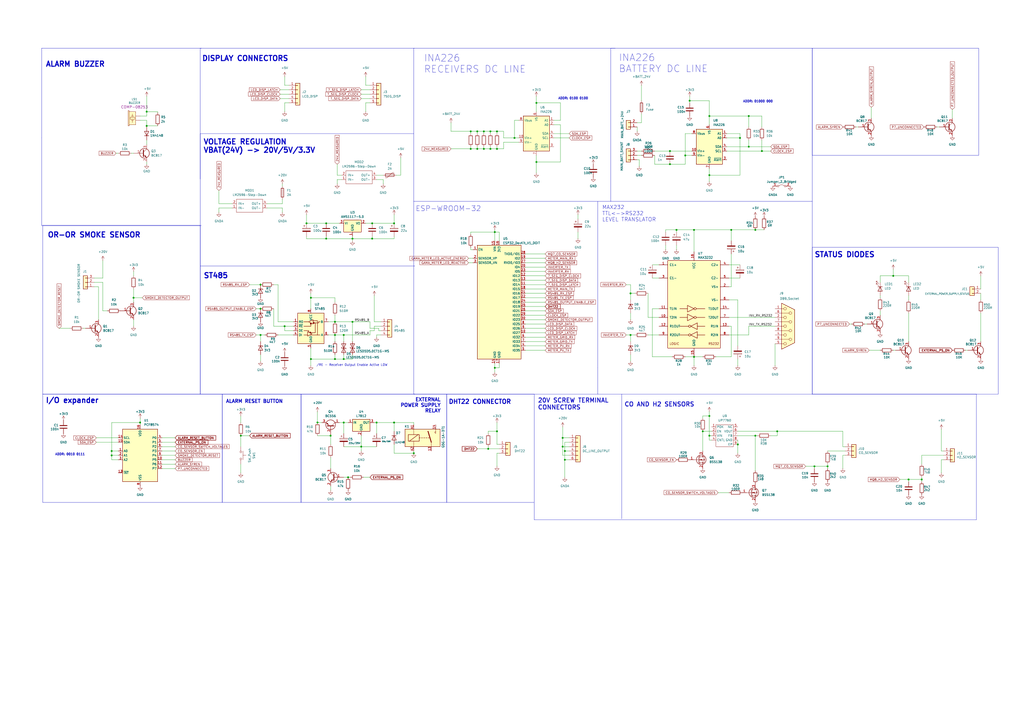
<source format=kicad_sch>
(kicad_sch (version 20231120) (generator "eeschema") (generator_version "8.0")
  (paper "A2")
  (junction (at 397.51 90.17))
  (junction (at 191.77 252.73))
  (junction (at 534.67 278.13))
  (junction (at 429.26 80.01))
  (junction (at 392.43 133.35))
  (junction (at 151.13 165.1))
  (junction (at 273.05 86.36))
  (junction (at 288.29 86.36))
  (junction (at 180.34 172.72))
  (junction (at 283.21 260.35))
  (junction (at 438.15 133.35))
  (junction (at 228.6 129.54))
  (junction (at 327.66 266.7))
  (junction (at 441.96 87.63))
  (junction (at 180.34 208.28))
  (junction (at 311.15 59.69))
  (junction (at 427.99 257.81))
  (junction (at 527.05 278.13))
  (junction (at 215.9 138.43))
  (junction (at 480.06 270.51))
  (junction (at 450.85 250.19))
  (junction (at 287.02 134.62))
  (junction (at 199.39 208.28))
  (junction (at 194.31 186.69))
  (junction (at 209.55 259.08))
  (junction (at 280.67 76.2))
  (junction (at 184.15 245.11))
  (junction (at 189.23 138.43))
  (junction (at 64.77 264.16))
  (junction (at 199.39 245.11))
  (junction (at 388.62 87.63))
  (junction (at 411.48 67.31))
  (junction (at 218.44 245.11))
  (junction (at 326.39 254))
  (junction (at 388.62 95.25))
  (junction (at 424.18 133.35))
  (junction (at 194.31 194.31))
  (junction (at 165.1 189.23))
  (junction (at 288.29 250.19))
  (junction (at 288.29 76.2))
  (junction (at 81.28 245.11))
  (junction (at 411.48 241.3))
  (junction (at 151.13 194.31))
  (junction (at 276.86 86.36))
  (junction (at 518.16 160.02))
  (junction (at 434.34 85.09))
  (junction (at 327.66 261.62))
  (junction (at 204.47 186.69))
  (junction (at 77.47 172.72))
  (junction (at 472.44 270.51))
  (junction (at 284.48 76.2))
  (junction (at 402.59 133.35))
  (junction (at 311.15 93.98))
  (junction (at 284.48 86.36))
  (junction (at 201.93 276.86))
  (junction (at 276.86 76.2))
  (junction (at 365.76 194.31))
  (junction (at 326.39 259.08))
  (junction (at 199.39 194.31))
  (junction (at 204.47 138.43))
  (junction (at 411.48 252.73))
  (junction (at 215.9 129.54))
  (junction (at 64.77 261.62))
  (junction (at 139.7 252.73))
  (junction (at 411.48 101.6))
  (junction (at 228.6 245.11))
  (junction (at 280.67 86.36))
  (junction (at 151.13 179.07))
  (junction (at 177.8 129.54))
  (junction (at 189.23 129.54))
  (junction (at 240.03 262.89))
  (junction (at 85.09 73.025))
  (junction (at 365.76 170.18))
  (junction (at 438.15 252.73))
  (junction (at 287.02 213.36))
  (junction (at 434.34 67.31))
  (junction (at 273.05 76.2))
  (junction (at 85.09 64.77))
  (junction (at 194.31 208.28))
  (junction (at 407.67 250.19))
  (junction (at 402.59 207.01))
  (junction (at 400.05 58.42))
  (junction (at 298.45 80.01))
  (polyline (pts (xy 566.42 228.6) (xy 471.17 228.6)))
  (wire (pts (xy 214.63 49.53) (xy 212.09 49.53)))
  (wire (pts (xy 194.31 175.26) (xy 194.31 172.72)))
  (wire (pts (xy 280.67 76.2) (xy 280.67 77.47)))
  (wire (pts (xy 427.99 200.66) (xy 427.99 173.99)))
  (wire (pts (xy 496.57 73.66) (xy 497.84 73.66)))
  (wire (pts (xy 370.84 92.71) (xy 370.84 96.52)))
  (wire (pts (xy 180.34 208.28) (xy 180.34 212.09)))
  (wire (pts (xy 180.34 201.93) (xy 180.34 208.28)))
  (wire (pts (xy 552.45 63.5) (xy 552.45 68.58)))
  (wire (pts (xy 67.31 88.9) (xy 68.58 88.9)))
  (wire (pts (xy 180.34 170.18) (xy 180.34 172.72)))
  (wire (pts (xy 54.61 166.37) (xy 57.15 166.37)))
  (wire (pts (xy 490.22 259.08) (xy 488.95 259.08)))
  (wire (pts (xy 85.09 67.31) (xy 85.09 64.77)))
  (wire (pts (xy 283.21 260.35) (xy 283.21 259.08)))
  (wire (pts (xy 534.67 264.16) (xy 547.37 264.16)))
  (wire (pts (xy 204.47 138.43) (xy 204.47 139.7)))
  (wire (pts (xy 212.09 59.69) (xy 214.63 59.69)))
  (polyline (pts (xy 24.13 130.81) (xy 24.13 80.01)))
  (wire (pts (xy 434.34 189.23) (xy 434.34 194.31)))
  (wire (pts (xy 204.47 208.28) (xy 199.39 208.28)))
  (wire (pts (xy 505.46 62.23) (xy 505.46 68.58)))
  (wire (pts (xy 304.8 154.94) (xy 316.23 154.94)))
  (wire (pts (xy 151.13 194.31) (xy 153.67 194.31)))
  (wire (pts (xy 276.86 76.2) (xy 280.67 76.2)))
  (wire (pts (xy 161.29 194.31) (xy 170.18 194.31)))
  (wire (pts (xy 177.8 129.54) (xy 189.23 129.54)))
  (wire (pts (xy 229.87 101.6) (xy 232.41 101.6)))
  (wire (pts (xy 292.1 82.55) (xy 292.1 86.36)))
  (wire (pts (xy 316.23 180.34) (xy 304.8 180.34)))
  (wire (pts (xy 261.62 86.36) (xy 273.05 86.36)))
  (wire (pts (xy 77.47 157.48) (xy 77.47 160.02)))
  (wire (pts (xy 321.31 72.39) (xy 325.12 72.39)))
  (wire (pts (xy 467.36 270.51) (xy 472.44 270.51)))
  (wire (pts (xy 421.64 87.63) (xy 441.96 87.63)))
  (wire (pts (xy 304.8 149.86) (xy 316.23 149.86)))
  (polyline (pts (xy 356.87 27.94) (xy 240.03 27.94)))
  (wire (pts (xy 81.28 67.31) (xy 85.09 67.31)))
  (wire (pts (xy 214.63 276.86) (xy 210.82 276.86)))
  (wire (pts (xy 427.99 255.27) (xy 427.99 257.81)))
  (polyline (pts (xy 240.03 228.6) (xy 240.03 116.84)))
  (wire (pts (xy 55.88 254) (xy 68.58 254)))
  (polyline (pts (xy 471.17 116.84) (xy 471.17 27.94)))
  (wire (pts (xy 287.02 213.36) (xy 289.56 213.36)))
  (wire (pts (xy 402.59 212.09) (xy 402.59 207.01)))
  (polyline (pts (xy 240.03 116.84) (xy 354.33 116.84)))
  (wire (pts (xy 276.86 86.36) (xy 280.67 86.36)))
  (wire (pts (xy 411.48 58.42) (xy 400.05 58.42)))
  (wire (pts (xy 288.29 76.2) (xy 288.29 77.47)))
  (wire (pts (xy 388.62 95.25) (xy 379.73 95.25)))
  (wire (pts (xy 284.48 86.36) (xy 284.48 85.09)))
  (wire (pts (xy 280.67 86.36) (xy 284.48 86.36)))
  (wire (pts (xy 161.29 186.69) (xy 170.18 186.69)))
  (wire (pts (xy 518.16 156.21) (xy 518.16 160.02)))
  (wire (pts (xy 196.85 245.11) (xy 199.39 245.11)))
  (wire (pts (xy 311.15 59.69) (xy 325.12 59.69)))
  (wire (pts (xy 77.47 172.72) (xy 77.47 175.26)))
  (wire (pts (xy 287.02 213.36) (xy 287.02 215.9)))
  (wire (pts (xy 304.8 195.58) (xy 316.23 195.58)))
  (wire (pts (xy 144.78 252.73) (xy 139.7 252.73)))
  (wire (pts (xy 228.6 250.19) (xy 228.6 245.11)))
  (wire (pts (xy 397.51 90.17) (xy 401.32 90.17)))
  (wire (pts (xy 93.98 271.78) (xy 101.6 271.78)))
  (wire (pts (xy 218.44 101.6) (xy 222.25 101.6)))
  (polyline (pts (xy 240.03 27.94) (xy 240.03 116.84)))
  (wire (pts (xy 534.67 278.13) (xy 534.67 279.4)))
  (wire (pts (xy 271.78 149.86) (xy 274.32 149.86)))
  (wire (pts (xy 316.23 165.1) (xy 304.8 165.1)))
  (wire (pts (xy 365.76 170.18) (xy 365.76 165.1)))
  (wire (pts (xy 415.29 207.01) (xy 424.18 207.01)))
  (polyline (pts (xy 116.205 77.47) (xy 240.03 77.47)))
  (wire (pts (xy 186.69 245.11) (xy 184.15 245.11)))
  (wire (pts (xy 289.56 260.35) (xy 283.21 260.35)))
  (wire (pts (xy 165.1 59.69) (xy 167.64 59.69)))
  (wire (pts (xy 369.57 90.17) (xy 372.11 90.17)))
  (polyline (pts (xy 116.84 130.81) (xy 24.13 130.81)))
  (wire (pts (xy 449.58 212.09) (xy 449.58 199.39)))
  (wire (pts (xy 434.34 194.31) (xy 422.91 194.31)))
  (wire (pts (xy 85.09 95.25) (xy 85.09 93.98)))
  (wire (pts (xy 429.26 80.01) (xy 429.26 77.47)))
  (wire (pts (xy 284.48 76.2) (xy 284.48 77.47)))
  (wire (pts (xy 287.02 133.35) (xy 287.02 134.62)))
  (wire (pts (xy 411.48 255.27) (xy 411.48 252.73)))
  (wire (pts (xy 546.1 266.7) (xy 547.37 266.7)))
  (wire (pts (xy 154.94 120.65) (xy 163.83 120.65)))
  (wire (pts (xy 379.73 95.25) (xy 379.73 90.17)))
  (wire (pts (xy 48.26 190.5) (xy 49.53 190.5)))
  (wire (pts (xy 163.83 118.11) (xy 163.83 115.57)))
  (wire (pts (xy 412.75 255.27) (xy 411.48 255.27)))
  (wire (pts (xy 194.31 172.72) (xy 180.34 172.72)))
  (wire (pts (xy 325.12 69.85) (xy 325.12 59.69)))
  (wire (pts (xy 407.67 241.3) (xy 407.67 242.57)))
  (wire (pts (xy 546.1 274.32) (xy 546.1 266.7)))
  (wire (pts (xy 326.39 259.08) (xy 326.39 254)))
  (wire (pts (xy 191.77 265.43) (xy 191.77 271.78)))
  (wire (pts (xy 189.23 137.16) (xy 189.23 138.43)))
  (wire (pts (xy 330.2 254) (xy 326.39 254)))
  (wire (pts (xy 204.47 137.16) (xy 204.47 138.43)))
  (wire (pts (xy 298.45 69.85) (xy 298.45 80.01)))
  (wire (pts (xy 472.44 270.51) (xy 480.06 270.51)))
  (wire (pts (xy 438.15 273.05) (xy 438.15 252.73)))
  (wire (pts (xy 151.13 205.74) (xy 151.13 209.55)))
  (wire (pts (xy 411.48 67.31) (xy 411.48 72.39)))
  (wire (pts (xy 378.46 179.07) (xy 378.46 207.01)))
  (wire (pts (xy 300.99 69.85) (xy 298.45 69.85)))
  (wire (pts (xy 273.05 85.09) (xy 273.05 86.36)))
  (wire (pts (xy 203.2 276.86) (xy 201.93 276.86)))
  (wire (pts (xy 214.63 191.77) (xy 214.63 194.31)))
  (wire (pts (xy 412.75 250.19) (xy 407.67 250.19)))
  (wire (pts (xy 510.54 171.45) (xy 510.54 172.72)))
  (wire (pts (xy 427.99 212.09) (xy 427.99 208.28)))
  (wire (pts (xy 199.39 245.11) (xy 201.93 245.11)))
  (wire (pts (xy 304.8 198.12) (xy 316.23 198.12)))
  (wire (pts (xy 162.56 54.61) (xy 167.64 54.61)))
  (wire (pts (xy 434.34 67.31) (xy 434.34 73.66)))
  (wire (pts (xy 375.92 184.15) (xy 375.92 170.18)))
  (wire (pts (xy 422.91 153.67) (xy 429.26 153.67)))
  (wire (pts (xy 91.44 65.405) (xy 91.44 64.77)))
  (wire (pts (xy 68.58 266.7) (xy 64.77 266.7)))
  (polyline (pts (xy 566.42 301.498) (xy 566.42 228.6)))
  (wire (pts (xy 447.04 252.73) (xy 450.85 252.73)))
  (wire (pts (xy 199.39 259.08) (xy 209.55 259.08)))
  (wire (pts (xy 450.85 250.19) (xy 488.95 250.19)))
  (polyline (pts (xy 240.284 27.94) (xy 116.078 27.94)))
  (wire (pts (xy 311.15 93.98) (xy 311.15 100.33)))
  (wire (pts (xy 220.98 186.69) (xy 217.17 186.69)))
  (wire (pts (xy 327.66 266.7) (xy 330.2 266.7)))
  (wire (pts (xy 218.44 194.31) (xy 220.98 194.31)))
  (wire (pts (xy 365.76 173.99) (xy 365.76 170.18)))
  (wire (pts (xy 411.48 58.42) (xy 411.48 67.31)))
  (wire (pts (xy 283.21 251.46) (xy 283.21 250.19)))
  (wire (pts (xy 304.8 193.04) (xy 316.23 193.04)))
  (wire (pts (xy 335.28 124.46) (xy 335.28 127)))
  (wire (pts (xy 321.31 69.85) (xy 325.12 69.85)))
  (wire (pts (xy 521.97 278.13) (xy 527.05 278.13)))
  (wire (pts (xy 543.56 73.66) (xy 544.83 73.66)))
  (wire (pts (xy 177.8 129.54) (xy 177.8 124.46)))
  (wire (pts (xy 504.19 203.2) (xy 510.54 203.2)))
  (wire (pts (xy 421.64 80.01) (xy 429.26 80.01)))
  (wire (pts (xy 271.78 152.4) (xy 274.32 152.4)))
  (wire (pts (xy 64.77 245.11) (xy 81.28 245.11)))
  (wire (pts (xy 93.98 259.08) (xy 101.6 259.08)))
  (wire (pts (xy 273.05 144.78) (xy 273.05 143.51)))
  (wire (pts (xy 304.8 175.26) (xy 316.23 175.26)))
  (wire (pts (xy 228.6 138.43) (xy 228.6 137.16)))
  (wire (pts (xy 189.23 138.43) (xy 204.47 138.43)))
  (wire (pts (xy 434.34 85.09) (xy 447.04 85.09)))
  (wire (pts (xy 568.96 170.18) (xy 568.96 173.99)))
  (wire (pts (xy 316.23 185.42) (xy 304.8 185.42)))
  (wire (pts (xy 400.05 58.42) (xy 400.05 59.69)))
  (wire (pts (xy 392.43 133.35) (xy 386.08 133.35)))
  (wire (pts (xy 273.05 76.2) (xy 273.05 77.47)))
  (wire (pts (xy 162.56 52.07) (xy 167.64 52.07)))
  (wire (pts (xy 288.29 262.89) (xy 289.56 262.89)))
  (wire (pts (xy 198.12 101.6) (xy 195.58 101.6)))
  (wire (pts (xy 427.99 173.99) (xy 422.91 173.99)))
  (wire (pts (xy 85.09 69.85) (xy 85.09 73.025)))
  (wire (pts (xy 274.32 144.78) (xy 273.05 144.78)))
  (wire (pts (xy 85.09 64.77) (xy 85.09 55.88)))
  (wire (pts (xy 77.47 189.23) (xy 77.47 185.42)))
  (wire (pts (xy 411.48 252.73) (xy 412.75 252.73)))
  (wire (pts (xy 204.47 138.43) (xy 215.9 138.43)))
  (wire (pts (xy 289.56 213.36) (xy 289.56 210.82)))
  (wire (pts (xy 316.23 172.72) (xy 304.8 172.72)))
  (polyline (pts (xy 354.33 116.84) (xy 471.17 116.84)))
  (wire (pts (xy 424.18 189.23) (xy 424.18 207.01)))
  (wire (pts (xy 127 120.65) (xy 127 123.19)))
  (wire (pts (xy 184.15 245.11) (xy 184.15 238.76)))
  (wire (pts (xy 214.63 186.69) (xy 214.63 190.5)))
  (wire (pts (xy 93.98 264.16) (xy 101.6 264.16)))
  (wire (pts (xy 199.39 245.11) (xy 199.39 251.46)))
  (wire (pts (xy 388.62 95.25) (xy 397.51 95.25)))
  (wire (pts (xy 365.76 205.74) (xy 365.76 209.55)))
  (wire (pts (xy 304.8 177.8) (xy 316.23 177.8)))
  (wire (pts (xy 424.18 166.37) (xy 422.91 166.37)))
  (wire (pts (xy 209.55 259.08) (xy 218.44 259.08)))
  (polyline (pts (xy 346.71 228.6) (xy 346.71 213.36)))
  (wire (pts (xy 429.26 77.47) (xy 421.64 77.47)))
  (wire (pts (xy 411.48 97.79) (xy 411.48 101.6)))
  (wire (pts (xy 311.15 93.98) (xy 325.12 93.98)))
  (wire (pts (xy 378.46 207.01) (xy 389.89 207.01)))
  (wire (pts (xy 219.71 190.5) (xy 214.63 190.5)))
  (wire (pts (xy 480.06 270.51) (xy 480.06 269.24)))
  (wire (pts (xy 284.48 76.2) (xy 288.29 76.2)))
  (wire (pts (xy 527.05 171.45) (xy 527.05 173.99)))
  (wire (pts (xy 327.66 261.62) (xy 327.66 256.54)))
  (wire (pts (xy 427.99 250.19) (xy 450.85 250.19)))
  (wire (pts (xy 392.43 133.35) (xy 392.43 134.62)))
  (wire (pts (xy 170.18 191.77) (xy 165.1 191.77)))
  (wire (pts (xy 276.86 76.2) (xy 276.86 77.47)))
  (wire (pts (xy 568.96 160.02) (xy 568.96 167.64)))
  (wire (pts (xy 288.29 86.36) (xy 284.48 86.36)))
  (polyline (pts (xy 116.205 228.6) (xy 116.205 154.305)))
  (wire (pts (xy 325.12 93.98) (xy 325.12 72.39)))
  (wire (pts (xy 240.03 261.62) (xy 240.03 262.89)))
  (wire (pts (xy 77.47 167.64) (xy 77.47 172.72)))
  (wire (pts (xy 93.98 266.7) (xy 101.6 266.7)))
  (wire (pts (xy 421.64 85.09) (xy 434.34 85.09)))
  (wire (pts (xy 288.29 76.2) (xy 292.1 76.2)))
  (wire (pts (xy 68.58 256.54) (xy 55.88 256.54)))
  (wire (pts (xy 93.98 269.24) (xy 101.6 269.24)))
  (wire (pts (xy 292.1 86.36) (xy 288.29 86.36)))
  (wire (pts (xy 209.55 57.15) (xy 214.63 57.15)))
  (wire (pts (xy 388.62 87.63) (xy 401.32 87.63)))
  (wire (pts (xy 199.39 205.74) (xy 199.39 208.28)))
  (wire (pts (xy 304.8 170.18) (xy 316.23 170.18)))
  (wire (pts (xy 199.39 208.28) (xy 194.31 208.28)))
  (wire (pts (xy 218.44 245.11) (xy 218.44 251.46)))
  (wire (pts (xy 434.34 67.31) (xy 441.96 67.31)))
  (wire (pts (xy 402.59 133.35) (xy 392.43 133.35)))
  (wire (pts (xy 510.54 180.34) (xy 510.54 182.88)))
  (wire (pts (xy 316.23 162.56) (xy 304.8 162.56)))
  (wire (pts (xy 304.8 187.96) (xy 316.23 187.96)))
  (wire (pts (xy 316.23 182.88) (xy 304.8 182.88)))
  (wire (pts (xy 441.96 81.28) (xy 441.96 87.63)))
  (wire (pts (xy 232.41 101.6) (xy 232.41 91.44)))
  (wire (pts (xy 204.47 186.69) (xy 214.63 186.69)))
  (wire (pts (xy 195.58 95.25) (xy 195.58 101.6)))
  (wire (pts (xy 222.25 104.14) (xy 218.44 104.14)))
  (wire (pts (xy 365.76 198.12) (xy 365.76 194.31)))
  (wire (pts (xy 288.29 85.09) (xy 288.29 86.36)))
  (wire (pts (xy 228.6 262.89) (xy 228.6 257.81)))
  (wire (pts (xy 422.91 161.29) (xy 429.26 161.29)))
  (wire (pts (xy 298.45 80.01) (xy 300.99 80.01)))
  (wire (pts (xy 411.48 241.3) (xy 411.48 252.73)))
  (wire (pts (xy 165.1 49.53) (xy 165.1 44.45)))
  (wire (pts (xy 85.09 81.28) (xy 85.09 83.82)))
  (wire (pts (xy 316.23 167.64) (xy 304.8 167.64)))
  (wire (pts (xy 438.15 133.35) (xy 443.23 133.35)))
  (wire (pts (xy 195.58 104.14) (xy 198.12 104.14)))
  (wire (pts (xy 64.77 264.16) (xy 64.77 261.62)))
  (wire (pts (xy 139.7 252.73) (xy 139.7 259.08)))
  (wire (pts (xy 397.51 77.47) (xy 397.51 90.17)))
  (wire (pts (xy 382.27 179.07) (xy 378.46 179.07)))
  (wire (pts (xy 560.07 203.2) (xy 561.34 203.2)))
  (wire (pts (xy 416.56 285.75) (xy 422.91 285.75)))
  (polyline (pts (xy 24.13 27.94) (xy 116.84 27.94)))
  (wire (pts (xy 139.7 241.3) (xy 139.7 245.11)))
  (wire (pts (xy 209.55 261.62) (xy 209.55 259.08)))
  (wire (pts (xy 330.2 264.16) (xy 326.39 264.16)))
  (wire (pts (xy 369.57 71.12) (xy 372.11 71.12)))
  (wire (pts (xy 64.77 261.62) (xy 64.77 245.11)))
  (wire (pts (xy 472.44 270.51) (xy 472.44 271.78)))
  (wire (pts (xy 378.46 153.67) (xy 382.27 153.67)))
  (wire (pts (xy 165.1 191.77) (xy 165.1 189.23)))
  (wire (pts (xy 180.34 172.72) (xy 180.34 179.07)))
  (wire (pts (xy 273.05 135.89) (xy 273.05 134.62)))
  (wire (pts (xy 228.6 245.11) (xy 240.03 245.11)))
  (wire (pts (xy 397.51 207.01) (xy 402.59 207.01)))
  (wire (pts (xy 518.16 203.2) (xy 519.43 203.2)))
  (wire (pts (xy 158.75 189.23) (xy 158.75 179.07)))
  (wire (pts (xy 191.77 252.73) (xy 191.77 257.81)))
  (wire (pts (xy 127 110.49) (xy 127 118.11)))
  (wire (pts (xy 304.8 160.02) (xy 316.23 160.02)))
  (wire (pts (xy 449.58 189.23) (xy 434.34 189.23)))
  (wire (pts (xy 54.61 161.29) (xy 59.69 161.29)))
  (wire (pts (xy 397.51 95.25) (xy 397.51 90.17)))
  (polyline (pts (xy 240.665 228.6) (xy 116.205 228.6)))
  (wire (pts (xy 59.69 163.83) (xy 59.69 180.34)))
  (wire (pts (xy 240.03 262.89) (xy 228.6 262.89)))
  (wire (pts (xy 316.23 147.32) (xy 304.8 147.32)))
  (wire (pts (xy 177.8 137.16) (xy 177.8 138.43)))
  (wire (pts (xy 450.85 252.73) (xy 450.85 250.19)))
  (wire (pts (xy 184.15 252.73) (xy 191.77 252.73)))
  (wire (pts (xy 217.17 191.77) (xy 214.63 191.77)))
  (wire (pts (xy 400.05 55.88) (xy 400.05 58.42)))
  (wire (pts (xy 411.48 241.3) (xy 407.67 241.3)))
  (wire (pts (xy 139.7 269.24) (xy 139.7 274.32)))
  (wire (pts (xy 163.83 106.68) (xy 163.83 107.95)))
  (wire (pts (xy 568.96 181.61) (xy 568.96 198.12)))
  (wire (pts (xy 220.98 191.77) (xy 219.71 191.77)))
  (wire (pts (xy 228.6 129.54) (xy 228.6 124.46)))
  (wire (pts (xy 379.73 87.63) (xy 388.62 87.63)))
  (wire (pts (xy 199.39 194.31) (xy 199.39 198.12)))
  (wire (pts (xy 209.55 54.61) (xy 214.63 54.61)))
  (wire (pts (xy 276.86 260.35) (xy 283.21 260.35)))
  (wire (pts (xy 64.77 266.7) (xy 64.77 264.16)))
  (polyline (pts (xy 24.13 80.01) (xy 24.13 27.94)))
  (wire (pts (xy 201.93 276.86) (xy 199.39 276.86)))
  (wire (pts (xy 411.48 101.6) (xy 429.26 101.6)))
  (polyline (pts (xy 116.205 154.305) (xy 116.205 77.47)))
  (wire (pts (xy 382.27 184.15) (xy 375.92 184.15)))
  (wire (pts (xy 91.44 73.025) (xy 85.09 73.025)))
  (wire (pts (xy 261.62 71.12) (xy 261.62 76.2)))
  (wire (pts (xy 402.59 133.35) (xy 424.18 133.35)))
  (wire (pts (xy 77.47 172.72) (xy 82.55 172.72)))
  (wire (pts (xy 369.57 87.63) (xy 372.11 87.63)))
  (wire (pts (xy 93.98 261.62) (xy 101.6 261.62)))
  (wire (pts (xy 429.26 101.6) (xy 429.26 80.01)))
  (wire (pts (xy 534.67 264.16) (xy 534.67 269.24)))
  (wire (pts (xy 163.83 120.65) (xy 163.83 123.19)))
  (wire (pts (xy 64.77 261.62) (xy 68.58 261.62)))
  (wire (pts (xy 283.21 250.19) (xy 288.29 250.19)))
  (wire (pts (xy 510.54 160.02) (xy 518.16 160.02)))
  (wire (pts (xy 154.94 118.11) (xy 163.83 118.11)))
  (wire (pts (xy 161.29 165.1) (xy 161.29 186.69)))
  (wire (pts (xy 151.13 198.12) (xy 151.13 194.31)))
  (wire (pts (xy 424.18 133.35) (xy 424.18 139.7)))
  (wire (pts (xy 261.62 76.2) (xy 273.05 76.2)))
  (polyline (pts (xy 354.33 116.84) (xy 354.33 27.94)))
  (wire (pts (xy 220.98 189.23) (xy 217.17 189.23)))
  (wire (pts (xy 194.31 194.31) (xy 199.39 194.31)))
  (wire (pts (xy 273.05 134.62) (xy 287.02 134.62)))
  (wire (pts (xy 158.75 165.1) (xy 161.29 165.1)))
  (wire (pts (xy 316.23 200.66) (xy 304.8 200.66)))
  (wire (pts (xy 209.55 259.08) (xy 209.55 252.73)))
  (wire (pts (xy 57.15 166.37) (xy 57.15 185.42)))
  (wire (pts (xy 372.11 71.12) (xy 372.11 66.04)))
  (wire (pts (xy 492.76 187.96) (xy 494.03 187.96)))
  (wire (pts (xy 167.64 49.53) (xy 165.1 49.53)))
  (wire (pts (xy 273.05 76.2) (xy 276.86 76.2)))
  (wire (pts (xy 59.69 161.29) (xy 59.69 151.13)))
  (wire (pts (xy 311.15 55.88) (xy 311.15 59.69)))
  (wire (pts (xy 488.95 271.78) (xy 488.95 264.16)))
  (wire (pts (xy 288.29 250.19) (xy 288.29 257.81)))
  (wire (pts (xy 316.23 152.4) (xy 304.8 152.4)))
  (wire (pts (xy 64.77 264.16) (xy 68.58 264.16)))
  (wire (pts (xy 199.39 194.31) (xy 214.63 194.31)))
  (wire (pts (xy 158.75 189.23) (xy 165.1 189.23)))
  (wire (pts (xy 363.22 165.1) (xy 365.76 165.1)))
  (wire (pts (xy 194.31 182.88) (xy 194.31 186.69)))
  (wire (pts (xy 321.31 77.47) (xy 330.2 77.47)))
  (wire (pts (xy 93.98 256.54) (xy 101.6 256.54)))
  (wire (pts (xy 311.15 59.69) (xy 311.15 64.77)))
  (wire (pts (xy 287.02 134.62) (xy 287.02 139.7)))
  (wire (pts (xy 401.32 77.47) (xy 397.51 77.47)))
  (wire (pts (xy 369.57 73.66) (xy 369.57 76.2)))
  (wire (pts (xy 194.31 208.28) (xy 180.34 208.28)))
  (wire (pts (xy 422.91 189.23) (xy 424.18 189.23)))
  (wire (pts (xy 81.28 242.57) (xy 81.28 245.11)))
  (wire (pts (xy 288.29 270.51) (xy 288.29 262.89)))
  (wire (pts (xy 59.69 180.34) (xy 62.23 180.34)))
  (wire (pts (xy 81.28 69.85) (xy 85.09 69.85)))
  (wire (pts (xy 218.44 245.11) (xy 228.6 245.11)))
  (wire (pts (xy 365.76 170.18) (xy 368.3 170.18)))
  (wire (pts (xy 427.99 252.73) (xy 438.15 252.73)))
  (wire (pts (xy 85.09 73.025) (xy 85.09 73.66)))
  (wire (pts (xy 218.44 195.58) (xy 218.44 194.31)))
  (wire (pts (xy 276.86 85.09) (xy 276.86 86.36)))
  (wire (pts (xy 191.77 284.48) (xy 191.77 281.94)))
  (wire (pts (xy 480.06 261.62) (xy 490.22 261.62)))
  (wire (pts (xy 212.09 49.53) (xy 212.09 44.45)))
  (wire (pts (xy 304.8 190.5) (xy 316.23 190.5)))
  (wire (pts (xy 518.16 160.02) (xy 527.05 160.02)))
  (wire (pts (xy 194.31 194.31) (xy 194.31 198.12)))
  (wire (pts (xy 292.1 80.01) (xy 298.45 80.01)))
  (wire (pts (xy 363.22 194.31) (xy 365.76 194.31)))
  (wire (pts (xy 222.25 104.14) (xy 222.25 106.68)))
  (wire (pts (xy 326.39 247.65) (xy 326.39 254)))
  (polyline (pts (xy 346.71 228.6) (xy 240.03 228.6)))
  (wire (pts (xy 217.17 189.23) (xy 217.17 191.77)))
  (wire (pts (xy 372.11 49.53) (xy 372.11 58.42)))
  (wire (pts (xy 438.15 252.73) (xy 439.42 252.73)))
  (wire (pts (xy 54.61 163.83) (xy 59.69 163.83)))
  (wire (pts (xy 534.67 278.13) (xy 534.67 276.86)))
  (wire (pts (xy 93.98 254) (xy 101.6 254)))
  (wire (pts (xy 134.62 118.11) (xy 127 118.11)))
  (wire (pts (xy 240.03 245.11) (xy 240.03 246.38)))
  (wire (pts (xy 527.05 160.02) (xy 527.05 163.83)))
  (wire (pts (xy 386.08 133.35) (xy 386.08 134.62)))
  (wire (pts (xy 177.8 138.43) (xy 189.23 138.43)))
  (wire (pts (xy 411.48 67.31) (xy 434.34 67.31)))
  (wire (pts (xy 327.66 266.7) (xy 327.66 261.62)))
  (wire (pts (xy 441.96 87.63) (xy 447.04 87.63)))
  (polyline (pts (xy 116.205 154.305) (xy 240.665 154.305)))
  (wire (pts (xy 327.66 266.7) (xy 327.66 276.86)))
  (wire (pts (xy 34.29 190.5) (xy 40.64 190.5)))
  (wire (pts (xy 407.67 250.19) (xy 407.67 261.62)))
  (wire (pts (xy 527.05 278.13) (xy 534.67 278.13)))
  (wire (pts (xy 215.9 138.43) (xy 215.9 137.16)))
  (wire (pts (xy 480.06 270.51) (xy 480.06 271.78)))
  (wire (pts (xy 280.67 76.2) (xy 284.48 76.2)))
  (wire (pts (xy 91.44 64.77) (xy 85.09 64.77)))
  (wire (pts (xy 375.92 194.31) (xy 382.27 194.31)))
  (wire (pts (xy 280.67 85.09) (xy 280.67 86.36)))
  (wire (pts (xy 204.47 186.69) (xy 204.47 198.12)))
  (wire (pts (xy 289.56 139.7) (xy 289.56 134.62)))
  (wire (pts (xy 217.17 186.69) (xy 217.17 171.45)))
  (wire (pts (xy 289.56 257.81) (xy 288.29 257.81)))
  (wire (pts (xy 148.59 179.07) (xy 151.13 179.07)))
  (wire (pts (xy 288.29 245.11) (xy 288.29 250.19)))
  (wire (pts (xy 215.9 138.43) (xy 228.6 138.43)))
  (wire (pts (xy 527.05 278.13) (xy 527.05 279.4)))
  (wire (pts (xy 292.1 76.2) (xy 292.1 80.01)))
  (polyline (pts (xy 471.17 116.84) (xy 471.17 228.6)))
  (wire (pts (xy 402.59 207.01) (xy 407.67 207.01)))
  (wire (pts (xy 411.48 238.76) (xy 411.48 241.3)))
  (wire (pts (xy 365.76 181.61) (xy 365.76 185.42)))
  (wire (pts (xy 287.02 134.62) (xy 289.56 134.62)))
  (wire (pts (xy 219.71 191.77) (xy 219.71 190.5)))
  (wire (pts (xy 424.18 133.35) (xy 438.15 133.35)))
  (wire (pts (xy 326.39 264.16) (xy 326.39 259.08)))
  (wire (pts (xy 411.48 101.6) (xy 411.48 105.41)))
  (wire (pts (xy 134.62 120.65) (xy 127 120.65)))
  (wire (pts (xy 144.78 165.1) (xy 151.13 165.1)))
  (wire (pts (xy 402.59 133.35) (xy 402.59 146.05)))
  (wire (pts (xy 194.31 205.74) (xy 194.31 208.28)))
  (wire (pts (xy 321.31 80.01) (xy 330.2 80.01)))
  (wire (pts (xy 327.66 256.54) (xy 330.2 256.54)))
  (wire (pts (xy 212.09 64.77) (xy 212.09 59.69)))
  (wire (pts (xy 189.23 129.54) (xy 196.85 129.54)))
  (wire (pts (xy 441.96 67.31) (xy 441.96 73.66)))
  (wire (pts (xy 304.8 157.48) (xy 316.23 157.48)))
  (wire (pts (xy 378.46 161.29) (xy 382.27 161.29)))
  (wire (pts (xy 330.2 259.08) (xy 326.39 259.08)))
  (wire (pts (xy 547.37 261.62) (xy 546.1 261.62)))
  (wire (pts (xy 292.1 82.55) (xy 300.99 82.55)))
  (wire (pts (xy 488.95 264.16) (xy 490.22 264.16)))
  (wire (pts (xy 162.56 57.15) (xy 167.64 57.15)))
  (wire (pts (xy 190.5 194.31) (xy 194.31 194.31)))
  (wire (pts (xy 427.99 257.81) (xy 427.99 262.89)))
  (wire (pts (xy 165.1 189.23) (xy 170.18 189.23)))
  (wire (pts (xy 386.08 142.24) (xy 386.08 144.78)))
  (wire (pts (xy 287.02 210.82) (xy 287.02 213.36)))
  (wire (pts (xy 392.43 142.24) (xy 392.43 144.78)))
  (wire (pts (xy 194.31 186.69) (xy 204.47 186.69)))
  (wire (pts (xy 527.05 181.61) (xy 527.05 198.12)))
  (wire (pts (xy 510.54 160.02) (xy 510.54 163.83)))
  (polyline (pts (xy 309.88 291.592) (xy 309.88 301.498)))
  (wire (pts (xy 424.18 147.32) (xy 424.18 166.37)))
  (wire (pts (xy 165.1 64.77) (xy 165.1 59.69)))
  (wire (pts (xy 434.34 81.28) (xy 434.34 85.09)))
  (wire (pts (xy 195.58 106.68) (xy 195.58 104.14)))
  (polyline (pts (xy 346.71 116.84) (xy 346.71 213.36)))
  (wire (pts (xy 335.28 134.62) (xy 335.28 138.43)))
  (wire (pts (xy 190.5 186.69) (xy 194.31 186.69)))
  (polyline (pts (xy 116.078 27.94) (xy 116.078 103.886)))
  (wire (pts (xy 369.57 92.71) (xy 370.84 92.71)))
  (wire (pts (xy 304.8 203.2) (xy 316.23 203.2)))
  (polyline (pts (xy 309.88 301.498) (xy 566.42 301.498)))
  (wire (pts (xy 327.66 261.62) (xy 330.2 261.62)))
  (wire (pts (xy 422.91 184.15) (xy 449.58 184.15)))
  (wire (pts (xy 273.05 86.36) (xy 276.86 86.36)))
  (wire (pts (xy 365.76 194.31) (xy 368.3 194.31)))
  (wire (pts (xy 217.17 245.11) (xy 218.44 245.11)))
  (wire (pts (xy 209.55 52.07) (xy 214.63 52.07)))
  (wire (pts (xy 212.09 129.54) (xy 215.9 129.54)))
  (wire (pts (xy 148.59 194.31) (xy 151.13 194.31)))
  (polyline (pts (xy 471.17 27.94) (xy 354.33 27.94)))
  (wire (pts (xy 204.47 205.74) (xy 204.47 208.28)))
  (wire (pts (xy 546.1 248.92) (xy 546.1 261.62)))
  (wire (pts (xy 311.15 90.17) (xy 311.15 93.98)))
  (wire (pts (xy 81.28 245.11) (xy 81.28 246.38)))
  (wire (pts (xy 488.95 250.19) (xy 488.95 259.08)))
  (polyline (pts (xy 360.68 228.6) (xy 360.68 300.99)))
  (wire (pts (xy 501.65 187.96) (xy 502.92 187.96)))
  (polyline (pts (xy 471.17 228.6) (xy 346.71 228.6)))
  (wire (pts (xy 76.2 88.9) (xy 77.47 88.9)))
  (wire (pts (xy 228.6 129.54) (xy 215.9 129.54)))
  (rectangle (start 471.17 143.51) (end 579.12 228.6))
  (rectangle (start 24.765 130.81) (end 116.205 228.6))
  (rectangle (start 174.625 228.6) (end 259.08 291.465))
  (rectangle (start 128.905 228.6) (end 174.625 291.465))
  (rectangle (start 259.08 228.6) (end 309.88 291.465))
  (rectangle (start 24.765 228.6) (end 128.905 291.465))
  (rectangle (start 471.17 27.94) (end 567.69 90.17))
  (text "STATUS DIODES" (at 489.966 147.828 0) (effects (font (size 3 3) (thickness 0.6) (bold yes))))
  (text "ADDR: 01000 000" (at 439.674 58.928 0) (effects (font (size 1.27 1.27) (bold yes))))
  (text "EXTERNAL\nPOWER SUPPLY\nRELAY" (at 255.778 235.204 0) (effects (font (size 2 2) (bold yes)) (justify right)))
  (text "ADDR: 0010 0111" (at 40.64 263.652 0) (effects (font (size 1.27 1.27) (bold yes))))
  (text "DHT22 CONNECTOR" (at 278.384 233.172 0) (effects (font (size 2.5 2.5) (bold yes))))
  (text "OR-OR SMOKE SENSOR" (at 54.61 136.398 0) (effects (font (size 3 3) (thickness 0.6) (bold yes))))
  (text "ESP-WROOM-32" (at 260.096 121.158 0) (effects (font (size 3 3))))
  (text "I/O expander" (at 41.91 232.41 0) (effects (font (size 3 3) (thickness 0.6) (bold yes))))
  (text "INA226\nRECEIVERS DC LINE" (at 245.872 37.084 0) (effects (font (size 4 4)) (justify left)))
  (text "/RE - Receiver Output Enable Active LOW" (at 204.216 211.836 0) (effects (font (size 1.27 1.27))))
  (text "MAX232\nTTL<->RS232\nLEVEL TRANSLATOR" (at 349.25 123.952 0) (effects (font (size 2.2 2.2)) (justify left)))
  (text "DISPLAY CONNECTORS" (at 142.24 34.036 0) (effects (font (size 3 3) (thickness 0.6) (bold yes))))
  (text "INA226\nBATTERY DC LINE" (at 358.902 36.83 0) (effects (font (size 4 4)) (justify left)))
  (text "ALARM RESET BUTTON" (at 147.574 232.918 0) (effects (font (size 2 2) (bold yes))))
  (text "ST485" (at 125.222 160.02 0) (effects (font (size 3 3) (thickness 0.6) (bold yes))))
  (text "ADDR: 0100 0100" (at 332.486 57.15 0) (effects (font (size 1.27 1.27) (bold yes))))
  (text "CO AND H2 SENSORS" (at 382.524 234.696 0) (effects (font (size 2.5 2.5) (thickness 0.4) (bold yes))))
  (text "ALARM BUZZER" (at 43.688 37.338 0) (effects (font (size 3 3) (thickness 0.6) (bold yes))))
  (text "20V SCREW TERMINAL\nCONNECTORS" (at 311.912 234.442 0) (effects (font (size 2.5 2.5) (thickness 0.4) (bold yes)) (justify left)))
  (text "VOLTAGE REGULATION\nVBAT(24V) -> 20V/5V/3.3V" (at 117.856 84.836 0) (effects (font (size 3 3) (thickness 0.6) (bold yes)) (justify left)))
  (label "RS485_A" (at 205.74 194.31 0))
  (label "INV_RX_RS232" (at 434.34 184.15 0))
  (label "RS485_B" (at 205.74 186.69 0))
  (label "INV_TX_RS232" (at 434.34 189.23 0))
  (global_label "SDA_ESP" (shape input) (at 316.23 180.34 0) (property "Intersheetrefs" "${INTERSHEET_REFS}" (effects (hide yes))))
  (global_label "ALARM_SYREN" (shape input) (at 504.19 203.2 180) (property "Intersheetrefs" "${INTERSHEET_REFS}" (effects (hide yes))))
  (global_label "CLOCK_ESP" (shape input) (at 330.2 80.01 0) (property "Intersheetrefs" "${INTERSHEET_REFS}" (effects (hide yes))))
  (global_label "ALARM_RESET_BUTTON" (shape input) (at 144.78 252.73 0) (effects (font (bold yes))) (property "Intersheetrefs" "${INTERSHEET_REFS}" (effects (hide yes))))
  (global_label "MQ8_H2_SENSOR" (shape input) (at 521.97 278.13 180) (property "Intersheetrefs" "${INTERSHEET_REFS}" (effects (hide yes))))
  (global_label "METER_GRID_RX" (shape input) (at 316.23 195.58 0) (property "Intersheetrefs" "${INTERSHEET_REFS}" (effects (hide yes))))
  (global_label "SMOKE_DETECTOR_RESET" (shape input) (at 34.29 190.5 90) (property "Intersheetrefs" "${INTERSHEET_REFS}" (effects (hide yes))))
  (global_label "INVERTER_RX" (shape input) (at 316.23 157.48 0) (property "Intersheetrefs" "${INTERSHEET_REFS}" (effects (hide yes))))
  (global_label "P7_UNCONNECTED" (shape input) (at 535.94 73.66 180) (property "Intersheetrefs" "${INTERSHEET_REFS}" (effects (hide yes))))
  (global_label "RS485_RX_ESP" (shape input) (at 316.23 170.18 0) (property "Intersheetrefs" "${INTERSHEET_REFS}" (effects (hide yes))))
  (global_label "SMOKE_DETECTOR_OUTPUT" (shape input) (at 82.55 172.72 0) (property "Intersheetrefs" "${INTERSHEET_REFS}" (effects (hide yes))))
  (global_label "LCD_DISP_DATA" (shape input) (at 316.23 187.96 0) (property "Intersheetrefs" "${INTERSHEET_REFS}" (effects (hide yes))))
  (global_label "METER_PV_TX" (shape input) (at 316.23 203.2 0) (property "Intersheetrefs" "${INTERSHEET_REFS}" (effects (hide yes))))
  (global_label "ALARM_SYREN" (shape input) (at 488.95 73.66 180) (property "Intersheetrefs" "${INTERSHEET_REFS}" (effects (hide yes))))
  (global_label "7_SEG_DISP_DATA" (shape input) (at 316.23 162.56 0) (property "Intersheetrefs" "${INTERSHEET_REFS}" (effects (hide yes))))
  (global_label "LCD_DISP_DATA" (shape input) (at 162.56 57.15 180) (property "Intersheetrefs" "${INTERSHEET_REFS}" (effects (hide yes))))
  (global_label "SMOKE_DETECTOR_RESET" (shape input) (at 101.6 264.16 0) (property "Intersheetrefs" "${INTERSHEET_REFS}" (effects (hide yes))))
  (global_label "CLOCK_ESP" (shape input) (at 316.23 182.88 0) (property "Intersheetrefs" "${INTERSHEET_REFS}" (effects (hide yes))))
  (global_label "METER_MAIN_RX" (shape input) (at 316.23 149.86 0) (property "Intersheetrefs" "${INTERSHEET_REFS}" (effects (hide yes))))
  (global_label "SDA_ESP" (shape input) (at 330.2 77.47 0) (property "Intersheetrefs" "${INTERSHEET_REFS}" (effects (hide yes))))
  (global_label "ALARM_RESET_BUTTON" (shape input) (at 101.6 254 0) (effects (font (bold yes))) (property "Intersheetrefs" "${INTERSHEET_REFS}" (effects (hide yes))))
  (global_label "METER_GRID_TX" (shape input) (at 316.23 198.12 0) (property "Intersheetrefs" "${INTERSHEET_REFS}" (effects (hide yes))))
  (global_label "RS485_OUTPUT_ENABLE_ESP" (shape input) (at 148.59 179.07 180) (property "Intersheetrefs" "${INTERSHEET_REFS}" (effects (hide yes))))
  (global_label "EXTERNAL_PS_ON" (shape input) (at 101.6 256.54 0) (effects (font (bold yes))) (property "Intersheetrefs" "${INTERSHEET_REFS}" (effects (hide yes))))
  (global_label "SDA_ESP" (shape input) (at 447.04 85.09 0) (property "Intersheetrefs" "${INTERSHEET_REFS}" (effects (hide yes))))
  (global_label "ALARM_SYREN_OUTPUT" (shape input) (at 505.46 62.23 90) (property "Intersheetrefs" "${INTERSHEET_REFS}" (effects (hide yes))))
  (global_label "INVERTER_TX" (shape input) (at 363.22 194.31 180) (property "Intersheetrefs" "${INTERSHEET_REFS}" (effects (hide yes))))
  (global_label "MQ8_H2_SENSOR" (shape input) (at 316.23 152.4 0) (property "Intersheetrefs" "${INTERSHEET_REFS}" (effects (hide yes))))
  (global_label "RS485_OUTPUT_ENABLE_ESP" (shape input) (at 316.23 175.26 0) (property "Intersheetrefs" "${INTERSHEET_REFS}" (effects (hide yes))))
  (global_label "SDA_ESP" (shape input) (at 55.88 256.54 180) (property "Intersheetrefs" "${INTERSHEET_REFS}" (effects (hide yes))))
  (global_label "CO_SENSOR_SWITCH_VOLTAGES" (shape input) (at 101.6 259.08 0) (property "Intersheetrefs" "${INTERSHEET_REFS}" (effects (hide yes))))
  (global_label "BUZZER" (shape input) (at 101.6 266.7 0) (property "Intersheetrefs" "${INTERSHEET_REFS}" (effects (hide yes))))
  (global_label "RS485_RX_ESP" (shape input) (at 144.78 165.1 180) (property "Intersheetrefs" "${INTERSHEET_REFS}" (effects (hide yes))))
  (global_label "INVERTER_TX" (shape input) (at 316.23 154.94 0) (property "Intersheetrefs" "${INTERSHEET_REFS}" (effects (hide yes))))
  (global_label "DHT22" (shape input) (at 316.23 177.8 0) (effects (font (bold yes))) (property "Intersheetrefs" "${INTERSHEET_REFS}" (effects (hide yes))))
  (global_label "MQ7_CO_SENSOR" (shape input) (at 467.36 270.51 180) (property "Intersheetrefs" "${INTERSHEET_REFS}" (effects (hide yes))))
  (global_label "LCD_DISP_CLOCK" (shape input) (at 162.56 54.61 180) (property "Intersheetrefs" "${INTERSHEET_REFS}" (effects (hide yes))))
  (global_label "GAMA_METER_LED_REACTIVE" (shape input) (at 271.78 152.4 180) (property "Intersheetrefs" "${INTERSHEET_REFS}" (effects (hide yes))))
  (global_label "CLOCK_ESP" (shape input) (at 447.04 87.63 0) (property "Intersheetrefs" "${INTERSHEET_REFS}" (effects (hide yes))))
  (global_label "RS485_TX_ESP" (shape input) (at 148.59 194.31 180) (property "Intersheetrefs" "${INTERSHEET_REFS}" (effects (hide yes))))
  (global_label "INVERTER_RX" (shape input) (at 363.22 165.1 180) (property "Intersheetrefs" "${INTERSHEET_REFS}" (effects (hide yes))))
  (global_label "P7_UNCONNECTED" (shape input) (at 101.6 271.78 0) (property "Intersheetrefs" "${INTERSHEET_REFS}" (effects (hide yes))))
  (global_label "24V_MEASURED" (shape input) (at 195.58 95.25 90) (property "Intersheetrefs" "${INTERSHEET_REFS}" (effects (hide yes))))
  (global_label "CLOCK_ESP" (shape input) (at 55.88 254 180) (property "Intersheetrefs" "${INTERSHEET_REFS}" (effects (hide yes))))
  (global_label "SMOKE_DETECTOR_OUTPUT" (shape input) (at 316.23 185.42 0) (property "Intersheetrefs" "${INTERSHEET_REFS}" (effects (hide yes))))
  (global_label "P7_UNCONNECTED_OUTPUT" (shape input) (at 552.45 63.5 90) (property "Intersheetrefs" "${INTERSHEET_REFS}" (effects (hide yes))))
  (global_label "GAMA_METER_LED_ACTIVE_ENERGY" (shape input) (at 271.78 149.86 180) (property "Intersheetrefs" "${INTERSHEET_REFS}" (effects (hide yes))))
  (global_label "P7_UNCONNECTED" (shape input) (at 492.76 187.96 180) (property "Intersheetrefs" "${INTERSHEET_REFS}" (effects (hide yes))))
  (global_label "MQ7_CO_SENSOR" (shape input) (at 316.23 147.32 0) (property "Intersheetrefs" "${INTERSHEET_REFS}" (effects (hide yes))))
  (global_label "METER_PV_RX" (shape input) (at 316.23 200.66 0) (property "Intersheetrefs" "${INTERSHEET_REFS}" (effects (hide yes))))
  (global_label "METER_MAIN_TX" (shape input) (at 316.23 167.64 0) (property "Intersheetrefs" "${INTERSHEET_REFS}" (effects (hide yes))))
  (global_label "7_SEG_DISP_DATA" (shape input) (at 209.55 57.15 180) (property "Intersheetrefs" "${INTERSHEET_REFS}" (effects (hide yes))))
  (global_label "CO_SENSOR_SWITCH_VOLTAGES" (shape input) (at 416.56 285.75 180) (property "Intersheetrefs" "${INTERSHEET_REFS}" (effects (hide yes))))
  (global_label "24V_MEASURED" (shape input) (at 127 110.49 90) (property "Intersheetrefs" "${INTERSHEET_REFS}" (effects (hide yes))))
  (global_label "LCD_DISP_LATCH" (shape input) (at 316.23 193.04 0) (property "Intersheetrefs" "${INTERSHEET_REFS}" (effects (hide yes))))
  (global_label "LCD_DISP_LATCH" (shape input) (at 162.56 52.07 180) (property "Intersheetrefs" "${INTERSHEET_REFS}" (effects (hide yes))))
  (global_label "DHT22" (shape input) (at 276.86 260.35 180) (effects (font (bold yes))) (property "Intersheetrefs" "${INTERSHEET_REFS}" (effects (hide yes))))
  (global_label "7_SEG_DISP_CLOCK" (shape input) (at 209.55 54.61 180) (property "Intersheetrefs" "${INTERSHEET_REFS}" (effects (hide yes))))
  (global_label "7_SEG_DISP_LATCH" (shape input) (at 316.23 165.1 0) (property "Intersheetrefs" "${INTERSHEET_REFS}" (effects (hide yes))))
  (global_label "7_SEG_DISP_CLOCK" (shape input) (at 316.23 160.02 0) (property "Intersheetrefs" "${INTERSHEET_REFS}" (effects (hide yes))))
  (global_label "RS485_TX_ESP" (shape input) (at 316.23 172.72 0) (property "Intersheetrefs" "${INTERSHEET_REFS}" (effects (hide yes))))
  (global_label "EXTERNAL_PS_ON" (shape input) (at 552.45 203.2 180) (effects (font (bold yes))) (property "Intersheetrefs" "${INTERSHEET_REFS}" (effects (hide yes))))
  (global_label "LCD_DISP_CLOCK" (shape input) (at 316.23 190.5 0) (property "Intersheetrefs" "${INTERSHEET_REFS}" (effects (hide yes))))
  (global_label "ALARM_SYREN" (shape input) (at 101.6 269.24 0) (property "Intersheetrefs" "${INTERSHEET_REFS}" (effects (hide yes))))
  (global_label "CO_SENSOR_EN" (shape input) (at 101.6 261.62 0) (property "Intersheetrefs" "${INTERSHEET_REFS}" (effects (hide yes))))
  (global_label "7_SEG_DISP_LATCH" (shape input) (at 209.55 52.07 180) (property "Intersheetrefs" "${INTERSHEET_REFS}" (effects (hide yes))))
  (global_label "EXTERNAL_PS_ON" (shape input) (at 214.63 276.86 0) (effects (font (bold yes))) (property "Intersheetrefs" "${INTERSHEET_REFS}" (effects (hide yes))))
  (global_label "BUZZER" (shape input) (at 67.31 88.9 180) (property "Intersheetrefs" "${INTERSHEET_REFS}" (effects (hide yes))))
  (global_label "CO_SENSOR_EN" (shape input) (at 392.43 266.7 180) (property "Intersheetrefs" "${INTERSHEET_REFS}" (effects (hide yes))))
  (global_label "24V_MEASURED" (shape input) (at 261.62 86.36 180) (property "Intersheetrefs" "${INTERSHEET_REFS}" (effects (hide yes))))
  (symbol (lib_id "Device:R") (at 77.47 163.83 180) (unit 1)
    (property "Reference" "R4" (at 80.01 162.5599 0) (effects (justify right)))
    (property "Value" "10k" (at 80.01 165.0999 0) (effects (justify right)))
    (property "Footprint" "Resistor_SMD:R_0805_2012Metric_Pad1.20x1.40mm_HandSolder" (effects (hide yes)))
    (property "Description" "Resistor" (effects (hide yes)))
  )
  (symbol (lib_id "Switch:SW_Push") (at 139.7 264.16 270) (unit 1)
    (property "Reference" "SW1" (at 147.32 264.16 0))
    (property "Value" "SW_Push" (at 144.78 264.16 0))
    (property "Footprint" "Connector_JST:JST_XA_B02B-XASK-1_1x02_P2.50mm_Vertical" (effects (hide yes)))
    (property "Description" "Push button switch, generic, two pins" (effects (hide yes)))
  )
  (symbol (lib_id "power:+15V") (at 326.39 247.65 0) (unit 1)
    (property "Reference" "#PWR047" (effects (hide yes)))
    (property "Value" "+20V" (at 326.39 242.57 0))
    (property "Description" "Power symbol creates a global label with name \"+15V\"" (effects (hide yes)))
  )
  (symbol (lib_id "Device:D_TVS") (at 199.39 201.93 90) (unit 1)
    (property "Reference" "D5" (at 200.914 205.232 90) (effects (justify right)))
    (property "Value" "LESD5D5.0CT1G-MS" (at 200.66 207.264 90) (effects (justify right)))
    (property "Footprint" "Diode_SMD:D_SOD-523" (effects (hide yes)))
    (property "Description" "Bidirectional transient-voltage-suppression diode" (effects (hide yes)))
  )
  (symbol (lib_id "power:+3V3") (at 344.17 95.25 0) (unit 1)
    (property "Reference" "#PWR051" (effects (hide yes)))
    (property "Value" "+3V3" (at 344.17 91.44 0))
    (property "Description" "Power symbol creates a global label with name \"+3V3\"" (effects (hide yes)))
  )
  (symbol (lib_id "Transistor_BJT:BC817") (at 74.93 180.34 0) (unit 1)
    (property "Reference" "Q2" (at 80.01 179.0699 0) (effects (justify left)))
    (property "Value" "BC817" (at 80.01 181.6099 0) (effects (justify left)))
    (property "Footprint" "Package_TO_SOT_SMD:SOT-23" (effects (hide yes)))
    (property "Datasheet" "https://www.onsemi.com/pub/Collateral/BC818-D.pdf" (effects (hide yes)))
    (property "Description" "0.8A Ic, 45V Vce, NPN Transistor, SOT-23" (effects (hide yes)))
  )
  (symbol (lib_id "Device:C") (at 388.62 91.44 0) (unit 1)
    (property "Reference" "C13" (at 382.27 90.424 0) (effects (justify left)))
    (property "Value" "1n" (at 381.508 92.71 0) (effects (justify left)))
    (property "Footprint" "Resistor_SMD:R_0805_2012Metric_Pad1.20x1.40mm_HandSolder" (effects (hide yes)))
    (property "Description" "Unpolarized capacitor" (effects (hide yes)))
  )
  (symbol (lib_id "power:+5V") (at 232.41 91.44 0) (unit 1)
    (property "Reference" "#PWR038" (effects (hide yes)))
    (property "Value" "+5V" (at 232.41 86.36 0))
    (property "Description" "Power symbol creates a global label with name \"+5V\"" (effects (hide yes)))
  )
  (symbol (lib_id "Device:C_Polarized") (at 424.18 143.51 180) (unit 1)
    (property "Reference" "C16" (at 427.99 143.1289 0) (effects (justify right)))
    (property "Value" "10u" (at 427.99 145.6689 0) (effects (justify right)))
    (property "Footprint" "Capacitor_THT:CP_Radial_D5.0mm_P2.00mm" (effects (hide yes)))
    (property "Description" "Polarized capacitor" (effects (hide yes)))
  )
  (symbol (lib_id "power:GND") (at 510.54 193.04 0) (unit 1)
    (property "Reference" "#PWR078" (effects (hide yes)))
    (property "Value" "GND" (at 510.54 198.12 0))
    (property "Description" "Power symbol creates a global label with name \"GND\" , ground" (effects (hide yes)))
  )
  (symbol (lib_id "power:GND") (at 209.55 261.62 0) (unit 1)
    (property "Reference" "#PWR031" (effects (hide yes)))
    (property "Value" "GND" (at 209.55 266.7 0))
    (property "Description" "Power symbol creates a global label with name \"GND\" , ground" (effects (hide yes)))
  )
  (symbol (lib_id "Device:R") (at 207.01 276.86 90) (mirror x) (unit 1)
    (property "Reference" "R16" (at 207.01 270.51 90))
    (property "Value" "10k" (at 207.01 273.05 90))
    (property "Footprint" "Resistor_SMD:R_0805_2012Metric_Pad1.20x1.40mm_HandSolder" (effects (hide yes)))
    (property "Description" "Resistor" (effects (hide yes)))
  )
  (symbol (lib_id "power:GND") (at 218.44 195.58 0) (unit 1)
    (property "Reference" "#PWR035" (effects (hide yes)))
    (property "Value" "GND" (at 218.44 200.66 0))
    (property "Description" "Power symbol creates a global label with name \"GND\" , ground" (effects (hide yes)))
  )
  (symbol (lib_id "Device:C_Polarized") (at 218.44 255.27 0) (unit 1)
    (property "Reference" "C7" (at 221.234 254 0) (effects (justify left)))
    (property "Value" "10u/16V" (at 221.488 256.032 0) (effects (font (size 0.762 0.762)) (justify left)))
    (property "Footprint" "Capacitor_Tantalum_SMD:CP_EIA-3528-21_Kemet-B" (effects (hide yes)))
    (property "Description" "Polarized capacitor" (effects (hide yes)))
  )
  (symbol (lib_id "Device:R") (at 139.7 248.92 180) (unit 1)
    (property "Reference" "R6" (at 142.24 247.6499 0) (effects (justify right)))
    (property "Value" "10k" (at 142.24 250.1899 0) (effects (justify right)))
    (property "Footprint" "Resistor_SMD:R_0805_2012Metric_Pad1.20x1.40mm_HandSolder" (effects (hide yes)))
    (property "Description" "Resistor" (effects (hide yes)))
  )
  (symbol (lib_id "My-Lib:LM2596-Step-Down") (at 200.66 99.06 0) (unit 1)
    (property "Reference" "MOD2" (at 208.28 93.98 0))
    (property "Value" "LM2596-Step-Down" (at 208.28 96.52 0))
    (property "Footprint" "My-Footprints-converters-modules:LM2596-Step-Down-Conv" (effects (hide yes)))
  )
  (symbol (lib_id "Device:R") (at 434.34 77.47 0) (unit 1)
    (property "Reference" "R33" (at 436.88 76.1999 0) (effects (justify left)))
    (property "Value" "10k" (at 436.88 78.7399 0) (effects (justify left)))
    (property "Footprint" "Resistor_SMD:R_0805_2012Metric_Pad1.20x1.40mm_HandSolder" (effects (hide yes)))
    (property "Description" "Resistor" (effects (hide yes)))
  )
  (symbol (lib_id "power:GND") (at 204.47 139.7 0) (unit 1)
    (property "Reference" "#PWR030" (effects (hide yes)))
    (property "Value" "GND" (at 204.47 144.78 0))
    (property "Description" "Power symbol creates a global label with name \"GND\" , ground" (effects (hide yes)))
  )
  (symbol (lib_id "power:+5V") (at 518.16 156.21 0) (unit 1)
    (property "Reference" "#PWR079" (effects (hide yes)))
    (property "Value" "+5V" (at 518.16 151.13 0))
    (property "Description" "Power symbol creates a global label with name \"+5V\"" (effects (hide yes)))
  )
  (symbol (lib_id "Device:R") (at 184.15 248.92 0) (mirror x) (unit 1)
    (property "Reference" "R10" (at 181.61 247.6499 0) (effects (justify right)))
    (property "Value" "47k" (at 181.61 250.1899 0) (effects (justify right)))
    (property "Footprint" "Resistor_SMD:R_0805_2012Metric_Pad1.20x1.40mm_HandSolder" (effects (hide yes)))
    (property "Description" "Resistor" (effects (hide yes)))
  )
  (symbol (lib_id "power:GND") (at 151.13 186.69 0) (unit 1)
    (property "Reference" "#PWR015" (effects (hide yes)))
    (property "Value" "GND" (at 151.13 190.246 0))
    (property "Description" "Power symbol creates a global label with name \"GND\" , ground" (effects (hide yes)))
  )
  (symbol (lib_id "power:GNDA") (at 448.31 107.95 0) (unit 1)
    (property "Reference" "#PWR071" (effects (hide yes)))
    (property "Value" "GNDA" (at 448.31 113.03 0))
    (property "Description" "Power symbol creates a global label with name \"GNDA\" , analog ground" (effects (hide yes)))
  )
  (symbol (lib_id "Device:R") (at 443.23 129.54 0) (unit 1)
    (property "Reference" "R37" (at 446.532 128.778 0))
    (property "Value" "0R" (at 446.532 130.81 0))
    (property "Footprint" "Resistor_SMD:R_0805_2012Metric_Pad1.20x1.40mm_HandSolder" (effects (hide yes)))
    (property "Description" "Resistor" (effects (hide yes)))
  )
  (symbol (lib_id "power:+BATT") (at 261.62 71.12 0) (unit 1)
    (property "Reference" "#PWR040" (effects (hide yes)))
    (property "Value" "+BATT_24V" (at 261.62 66.04 0))
    (property "Description" "Power symbol creates a global label with name \"+BATT\"" (effects (hide yes)))
  )
  (symbol (lib_id "power:GND") (at 212.09 64.77 0) (unit 1)
    (property "Reference" "#PWR033" (effects (hide yes)))
    (property "Value" "GND" (at 212.09 69.85 0))
    (property "Description" "Power symbol creates a global label with name \"GND\" , ground" (effects (hide yes)))
  )
  (symbol (lib_id "Connector_Generic:Conn_01x05") (at 219.71 54.61 0) (unit 1)
    (property "Reference" "J3" (at 222.25 53.3399 0) (effects (justify left)))
    (property "Value" "7SEG_DISP" (at 222.25 55.8799 0) (effects (justify left)))
    (property "Footprint" "Connector_JST:JST_EH_B5B-EH-A_1x05_P2.50mm_Vertical" (effects (hide yes)))
    (property "Description" "Generic connector, single row, 01x05, script generated (kicad-library-utils/schlib/autogen/connector/)" (effects (hide yes)))
  )
  (symbol (lib_id "Device:R") (at 157.48 194.31 90) (unit 1)
    (property "Reference" "R9" (at 158.242 196.596 90))
    (property "Value" "4k7" (at 157.988 198.374 90))
    (property "Footprint" "Resistor_SMD:R_0805_2012Metric_Pad1.20x1.40mm_HandSolder" (effects (hide yes)))
    (property "Description" "Resistor" (effects (hide yes)))
  )
  (symbol (lib_id "SparkFun-Electromechanical:BUZZER-PTH") (at 78.74 69.85 90) (unit 1)
    (property "Reference" "LS1" (at 77.978 57.531 90) (effects (font (size 1.143 1.143))))
    (property "Value" "BUZZER" (at 77.978 59.6646 90) (effects (font (size 1.143 1.143))))
    (property "Footprint" "My-Footprints:Buzzer" (effects (hide yes)))
    (property "Pole4" "COMP-08253" (at 77.978 62.0776 90) (effects (font (size 1.524 1.524))))
  )
  (symbol (lib_id "power:GND") (at 311.15 100.33 0) (unit 1)
    (property "Reference" "#PWR046" (effects (hide yes)))
    (property "Value" "GND" (at 311.15 105.41 0))
    (property "Description" "Power symbol creates a global label with name \"GND\" , ground" (effects (hide yes)))
  )
  (symbol (lib_id "Connector_Generic:Conn_01x05") (at 172.72 54.61 0) (unit 1)
    (property "Reference" "J2" (at 175.26 53.3399 0) (effects (justify left)))
    (property "Value" "LCD_DISP" (at 175.26 55.8799 0) (effects (justify left)))
    (property "Footprint" "Connector_JST:JST_EH_B5B-EH-A_1x05_P2.50mm_Vertical" (effects (hide yes)))
    (property "Description" "Generic connector, single row, 01x05, script generated (kicad-library-utils/schlib/autogen/connector/)" (effects (hide yes)))
  )
  (symbol (lib_id "Device:R") (at 44.45 190.5 90) (unit 1)
    (property "Reference" "R1" (at 44.45 184.15 90))
    (property "Value" "10k" (at 44.45 186.69 90))
    (property "Footprint" "Resistor_SMD:R_0805_2012Metric_Pad1.20x1.40mm_HandSolder" (effects (hide yes)))
    (property "Description" "Resistor" (effects (hide yes)))
  )
  (symbol (lib_id "power:GND") (at 505.46 78.74 0) (unit 1)
    (property "Reference" "#PWR077" (effects (hide yes)))
    (property "Value" "GND" (at 505.46 83.82 0))
    (property "Description" "Power symbol creates a global label with name \"GND\" , ground" (effects (hide yes)))
  )
  (symbol (lib_id "Device:R") (at 441.96 77.47 0) (unit 1)
    (property "Reference" "R36" (at 444.5 76.1999 0) (effects (justify left)))
    (property "Value" "10k" (at 444.5 78.7399 0) (effects (justify left)))
    (property "Footprint" "Resistor_SMD:R_0805_2012Metric_Pad1.20x1.40mm_HandSolder" (effects (hide yes)))
    (property "Description" "Resistor" (effects (hide yes)))
  )
  (symbol (lib_id "power:+15V") (at 184.15 238.76 0) (unit 1)
    (property "Reference" "#PWR026" (effects (hide yes)))
    (property "Value" "+20V" (at 184.15 233.68 0))
    (property "Description" "Power symbol creates a global label with name \"+15V\"" (effects (hide yes)))
  )
  (symbol (lib_id "Transistor_BJT:BC817") (at 502.92 73.66 0) (unit 1)
    (property "Reference" "Q8" (at 498.856 67.818 0) (effects (justify left)))
    (property "Value" "BC817" (at 496.57 70.104 0) (effects (justify left)))
    (property "Footprint" "Package_TO_SOT_SMD:SOT-23" (effects (hide yes)))
    (property "Datasheet" "http://www.fairchildsemi.com/ds/BC/BC817.pdf" (effects (hide yes)))
  )
  (symbol (lib_id "power:+5V") (at 217.17 171.45 0) (unit 1)
    (property "Reference" "#PWR034" (effects (hide yes)))
    (property "Value" "+5V" (at 217.17 166.37 0))
    (property "Description" "Power symbol creates a global label with name \"+5V\"" (effects (hide yes)))
  )
  (symbol (lib_id "power:+3V3") (at 228.6 124.46 0) (unit 1)
    (property "Reference" "#PWR037" (effects (hide yes)))
    (property "Value" "+3V3" (at 228.6 120.65 0))
    (property "Description" "Power symbol creates a global label with name \"+3V3\"" (effects (hide yes)))
  )
  (symbol (lib_id "power:+5V") (at 546.1 248.92 0) (unit 1)
    (property "Reference" "#PWR083" (effects (hide yes)))
    (property "Value" "+5V" (at 546.1 243.84 0))
    (property "Description" "Power symbol creates a global label with name \"+5V\"" (effects (hide yes)))
  )
  (symbol (lib_id "power:GND") (at 288.29 270.51 0) (unit 1)
    (property "Reference" "#PWR044" (effects (hide yes)))
    (property "Value" "GND" (at 288.29 275.59 0))
    (property "Description" "Power symbol creates a global label with name \"GND\" , ground" (effects (hide yes)))
  )
  (symbol (lib_id "power:GND") (at 240.03 262.89 0) (unit 1)
    (property "Reference" "#PWR039" (effects (hide yes)))
    (property "Value" "GND" (at 240.03 267.97 0))
    (property "Description" "Power symbol creates a global label with name \"GND\" , ground" (effects (hide yes)))
  )
  (symbol (lib_id "power:GND") (at 165.1 212.09 0) (unit 1)
    (property "Reference" "#PWR022" (effects (hide yes)))
    (property "Value" "GND" (at 165.1 217.17 0))
    (property "Description" "Power symbol creates a global label with name \"GND\" , ground" (effects (hide yes)))
  )
  (symbol (lib_id "power:GNDA") (at 163.83 123.19 0) (unit 1)
    (property "Reference" "#PWR018" (effects (hide yes)))
    (property "Value" "GNDA" (at 163.83 128.27 0))
    (property "Description" "Power symbol creates a global label with name \"GNDA\" , analog ground" (effects (hide yes)))
  )
  (symbol (lib_id "power:GND") (at 77.47 189.23 0) (unit 1)
    (property "Reference" "#PWR06" (effects (hide yes)))
    (property "Value" "GND" (at 77.47 194.31 0))
    (property "Description" "Power symbol creates a global label with name \"GND\" , ground" (effects (hide yes)))
  )
  (symbol (lib_id "power:GND") (at 527.05 287.02 0) (unit 1)
    (property "Reference" "#PWR081" (effects (hide yes)))
    (property "Value" "GND" (at 527.05 292.1 0))
    (property "Description" "Power symbol creates a global label with name \"GND\" , ground" (effects (hide yes)))
  )
  (symbol (lib_id "Device:R") (at 273.05 81.28 0) (unit 1)
    (property "Reference" "R17" (effects (hide yes)))
    (property "Value" "2,5mR" (effects (hide yes)))
    (property "Footprint" "Resistor_SMD:R_2512_6332Metric" (effects (hide yes)))
    (property "Description" "Resistor" (effects (hide yes)))
  )
  (symbol (lib_id "Device:C_Polarized") (at 429.26 157.48 0) (unit 1)
    (property "Reference" "C18" (at 433.07 155.3209 0) (effects (justify left)))
    (property "Value" "10u" (at 433.07 157.8609 0) (effects (justify left)))
    (property "Footprint" "Capacitor_THT:CP_Radial_D5.0mm_P2.00mm" (effects (hide yes)))
    (property "Description" "Polarized capacitor" (effects (hide yes)))
  )
  (symbol (lib_id "Regulator_Linear:AMS1117-5.0") (at 204.47 129.54 0) (unit 1)
    (property "Reference" "U3" (at 204.47 123.19 0))
    (property "Value" "AMS1117-5.0" (at 204.47 125.73 0))
    (property "Footprint" "Package_TO_SOT_SMD:SOT-223-3_TabPin2" (effects (hide yes)))
    (property "Datasheet" "http://www.advanced-monolithic.com/pdf/ds1117.pdf" (effects (hide yes)))
    (property "Description" "1A Low Dropout regulator, positive, 5.0V fixed output, SOT-223" (effects (hide yes)))
  )
  (symbol (lib_id "power:+BATT") (at 372.11 49.53 0) (unit 1)
    (property "Reference" "#PWR057" (effects (hide yes)))
    (property "Value" "+BATT_24V" (at 372.11 44.45 0))
    (property "Description" "Power symbol creates a global label with name \"+BATT\"" (effects (hide yes)))
  )
  (symbol (lib_id "power:GND") (at 81.28 281.94 0) (unit 1)
    (property "Reference" "#PWR08" (effects (hide yes)))
    (property "Value" "GND" (at 81.28 287.02 0))
    (property "Description" "Power symbol creates a global label with name \"GND\" , ground" (effects (hide yes)))
  )
  (symbol (lib_id "Relay:Relay_SPST-NO") (at 245.11 254 0) (unit 1)
    (property "Reference" "K1" (at 234.696 247.396 0) (effects (justify left)))
    (property "Value" "G5G-1A-DT1" (at 257.048 259.842 90) (effects (justify left)))
    (property "Footprint" "My-Footprints:G5G-1A-DT1" (effects (hide yes)))
    (property "Description" "Relay SPST, Normally Open, EN50005" (effects (hide yes)))
  )
  (symbol (lib_id "Transistor_FET:BSS138") (at 405.13 266.7 0) (unit 1)
    (property "Reference" "Q6" (at 411.48 265.4299 0) (effects (justify left)))
    (property "Value" "BSS138" (at 411.48 267.9699 0) (effects (justify left)))
    (property "Footprint" "Package_TO_SOT_SMD:SOT-23" (effects (hide yes)))
    (property "Datasheet" "https://www.onsemi.com/pub/Collateral/BSS138-D.PDF" (effects (hide yes)))
    (property "Description" "50V Vds, 0.22A Id, N-Channel MOSFET, SOT-23" (effects (hide yes)))
  )
  (symbol (lib_id "power:+5V") (at 438.15 125.73 0) (unit 1)
    (property "Reference" "#PWR068" (effects (hide yes)))
    (property "Value" "+5V" (at 438.15 120.65 0))
    (property "Description" "Power symbol creates a global label with name \"+5V\"" (effects (hide yes)))
  )
  (symbol (lib_id "power:GND") (at 165.1 64.77 0) (unit 1)
    (property "Reference" "#PWR020" (effects (hide yes)))
    (property "Value" "GND" (at 165.1 69.85 0))
    (property "Description" "Power symbol creates a global label with name \"GND\" , ground" (effects (hide yes)))
  )
  (symbol (lib_id "power:GND") (at 400.05 67.31 0) (unit 1)
    (property "Reference" "#PWR061" (effects (hide yes)))
    (property "Value" "GND" (at 400.05 72.39 0))
    (property "Description" "Power symbol creates a global label with name \"GND\" , ground" (effects (hide yes)))
  )
  (symbol (lib_id "Device:C") (at 215.9 133.35 0) (unit 1)
    (property "Reference" "C6" (at 219.71 132.0799 0) (effects (justify left)))
    (property "Value" "100n" (at 219.71 134.6199 0) (effects (justify left)))
    (property "Footprint" "Capacitor_SMD:C_0805_2012Metric_Pad1.18x1.45mm_HandSolder" (effects (hide yes)))
    (property "Description" "Unpolarized capacitor" (effects (hide yes)))
  )
  (symbol (lib_id "power:GND") (at 392.43 144.78 0) (unit 1)
    (property "Reference" "#PWR059" (effects (hide yes)))
    (property "Value" "GND" (at 392.43 149.86 0))
    (property "Description" "Power symbol creates a global label with name \"GND\" , ground" (effects (hide yes)))
  )
  (symbol (lib_id "Device:R") (at 527.05 177.8 180) (unit 1)
    (property "Reference" "R45" (at 528.574 176.784 0) (effects (justify right)))
    (property "Value" "220R" (at 528.574 178.562 0) (effects (justify right)))
    (property "Footprint" "Resistor_SMD:R_0805_2012Metric_Pad1.20x1.40mm_HandSolder" (effects (hide yes)))
    (property "Description" "Resistor" (effects (hide yes)))
  )
  (symbol (lib_id "Device:R") (at 154.94 179.07 90) (unit 1)
    (property "Reference" "R8" (at 155.702 181.356 90))
    (property "Value" "4k7" (at 155.448 183.134 90))
    (property "Footprint" "Resistor_SMD:R_0805_2012Metric_Pad1.20x1.40mm_HandSolder" (effects (hide yes)))
    (property "Description" "Resistor" (effects (hide yes)))
  )
  (symbol (lib_id "power:GND") (at 139.7 274.32 0) (unit 1)
    (property "Reference" "#PWR013" (effects (hide yes)))
    (property "Value" "GND" (at 139.7 279.4 0))
    (property "Description" "Power symbol creates a global label with name \"GND\" , ground" (effects (hide yes)))
  )
  (symbol (lib_id "Device:R") (at 154.94 165.1 90) (unit 1)
    (property "Reference" "R7" (at 155.702 167.386 90))
    (property "Value" "4k7" (at 155.448 169.164 90))
    (property "Footprint" "Resistor_SMD:R_0805_2012Metric_Pad1.20x1.40mm_HandSolder" (effects (hide yes)))
    (property "Description" "Resistor" (effects (hide yes)))
  )
  (symbol (lib_id "Connector_Generic:Conn_01x06") (at 335.28 259.08 0) (unit 1)
    (property "Reference" "J6" (at 337.82 259.0799 0) (effects (justify left)))
    (property "Value" "DC_LINE_OUTPUT" (at 337.82 261.6199 0) (effects (justify left)))
    (property "Footprint" "My-Footprints-connectors:Screw-Terminal-P6-rast-5mm-6,7x30" (effects (hide yes)))
    (property "Description" "Generic connector, single row, 01x06, script generated (kicad-library-utils/schlib/autogen/connector/)" (effects (hide yes)))
  )
  (symbol (lib_id "Device:R") (at 411.48 207.01 90) (unit 1)
    (property "Reference" "R31" (at 411.226 209.296 90))
    (property "Value" "1k" (at 411.226 211.074 90))
    (property "Footprint" "Resistor_SMD:R_0805_2012Metric_Pad1.20x1.40mm_HandSolder" (effects (hide yes)))
    (property "Description" "Resistor" (effects (hide yes)))
  )
  (symbol (lib_id "Transistor_BJT:BC817") (at 508 187.96 0) (unit 1)
    (property "Reference" "Q9" (at 503.936 182.118 0) (effects (justify left)))
    (property "Value" "BC817" (at 501.65 184.404 0) (effects (justify left)))
    (property "Footprint" "Package_TO_SOT_SMD:SOT-23" (effects (hide yes)))
    (property "Datasheet" "http://www.fairchildsemi.com/ds/BC/BC817.pdf" (effects (hide yes)))
  )
  (symbol (lib_id "Device:C") (at 527.05 283.21 180) (unit 1)
    (property "Reference" "C20" (at 523.494 282.194 0) (effects (justify left)))
    (property "Value" "10n" (at 523.494 284.48 0) (effects (justify left)))
    (property "Footprint" "Capacitor_SMD:C_0805_2012Metric" (effects (hide yes)))
    (property "Description" "Unpolarized capacitor" (effects (hide yes)))
  )
  (symbol (lib_id "Sensor_Energy:INA226") (at 411.48 85.09 0) (unit 1)
    (property "Reference" "U8" (at 413.6741 69.85 0) (effects (justify left)))
    (property "Value" "INA226" (at 413.6741 72.39 0) (effects (justify left)))
    (property "Footprint" "Package_SO:VSSOP-10_3x3mm_P0.5mm" (effects (hide yes)))
    (property "Datasheet" "http://www.ti.com/lit/ds/symlink/ina226.pdf" (effects (hide yes)))
    (property "Description" "High-Side or Low-Side Measurement, Bi-Directional Current and Power Monitor (0-36V) with I2C Compatible Interface, VSSOP-10" (effects (hide yes)))
  )
  (symbol (lib_id "Device:R") (at 497.84 187.96 270) (unit 1)
    (property "Reference" "R42" (at 499.618 190.246 90) (effects (justify right)))
    (property "Value" "10K" (at 499.872 192.024 90) (effects (justify right)))
    (property "Footprint" "Resistor_SMD:R_0805_2012Metric_Pad1.20x1.40mm_HandSolder" (effects (hide yes)))
    (property "Description" "Resistor" (effects (hide yes)))
  )
  (symbol (lib_id "Connector:DE9_Receptacle") (at 457.2 189.23 0) (unit 1)
    (property "Reference" "J9" (at 452.12 170.18 0) (effects (justify left)))
    (property "Value" "DB9_Socket" (at 452.374 173.228 0) (effects (justify left)))
    (property "Footprint" "My-Footprints-connectors:DSUB-9_Female_Horizontal_P2.77x2.84mm_EdgePinOffset7.70mm_Housed_MountingHolesOffset9.12mm" (effects (hide yes)))
    (property "Datasheet" " ~" (effects (hide yes)))
    (property "Description" "9-pin female receptacle socket D-SUB connector" (effects (hide yes)))
  )
  (symbol (lib_id "Device:R") (at 396.24 266.7 270) (unit 1)
    (property "Reference" "R29" (at 396.494 262.636 90))
    (property "Value" "100R" (at 396.24 264.668 90))
    (property "Footprint" "Resistor_SMD:R_0805_2012Metric_Pad1.20x1.40mm_HandSolder" (effects (hide yes)))
    (property "Description" "Resistor" (effects (hide yes)))
  )
  (symbol (lib_id "Device:R") (at 510.54 176.53 180) (unit 1)
    (property "Reference" "R43" (at 512.064 175.514 0) (effects (justify right)))
    (property "Value" "220R" (at 512.064 177.292 0) (effects (justify right)))
    (property "Footprint" "Resistor_SMD:R_0805_2012Metric_Pad1.20x1.40mm_HandSolder" (effects (hide yes)))
    (property "Description" "Resistor" (effects (hide yes)))
  )
  (symbol (lib_id "Device:R") (at 194.31 179.07 0) (unit 1)
    (property "Reference" "R12" (at 196.85 177.7999 0) (effects (justify left)))
    (property "Value" "510R" (at 196.85 180.3399 0) (effects (justify left)))
    (property "Footprint" "Resistor_SMD:R_0805_2012Metric_Pad1.20x1.40mm_HandSolder" (effects (hide yes)))
    (property "Description" "Resistor" (effects (hide yes)))
  )
  (symbol (lib_id "Device:D_Zener") (at 365.76 177.8 270) (unit 1)
    (property "Reference" "D8" (at 367.792 176.5878 90) (effects (justify left)))
    (property "Value" "3V3" (at 367.792 179.0121 90) (effects (justify left)))
    (property "Footprint" "Diode_SMD:D_MiniMELF" (effects (hide yes)))
    (property "Description" "Zener diode" (effects (hide yes)))
  )
  (symbol (lib_id "power:GND") (at 449.58 212.09 0) (unit 1)
    (property "Reference" "#PWR072" (effects (hide yes)))
    (property "Value" "GND" (at 449.58 217.17 0))
    (property "Description" "Power symbol creates a global label with name \"GND\" , ground" (effects (hide yes)))
  )
  (symbol (lib_id "Device:R") (at 480.06 265.43 180) (unit 1)
    (property "Reference" "R39" (at 483.108 264.668 0))
    (property "Value" "7k8" (at 483.108 266.446 0))
    (property "Footprint" "Resistor_SMD:R_0805_2012Metric_Pad1.20x1.40mm_HandSolder" (effects (hide yes)))
    (property "Description" "Resistor" (effects (hide yes)))
  )
  (symbol (lib_id "power:+5V") (at 411.48 238.76 0) (unit 1)
    (property "Reference" "#PWR065" (effects (hide yes)))
    (property "Value" "+5V" (at 411.48 233.68 0))
    (property "Description" "Power symbol creates a global label with name \"+5V\"" (effects (hide yes)))
  )
  (symbol (lib_id "Device:C") (at 344.17 99.06 0) (unit 1)
    (property "Reference" "C10" (at 338.582 97.79 0) (effects (justify left)))
    (property "Value" "100n" (at 338.582 100.33 0) (effects (justify left)))
    (property "Footprint" "Resistor_SMD:R_0805_2012Metric_Pad1.20x1.40mm_HandSolder" (effects (hide yes)))
    (property "Description" "Unpolarized capacitor" (effects (hide yes)))
  )
  (symbol (lib_id "Device:C") (at 386.08 138.43 180) (unit 1)
    (property "Reference" "C12" (at 382.524 137.414 0) (effects (justify left)))
    (property "Value" "100n" (at 382.524 139.7 0) (effects (justify left)))
    (property "Footprint" "Capacitor_SMD:C_0805_2012Metric" (effects (hide yes)))
    (property "Description" "Unpolarized capacitor" (effects (hide yes)))
  )
  (symbol (lib_id "power:+3V3") (at 36.83 243.84 0) (unit 1)
    (property "Reference" "#PWR01" (effects (hide yes)))
    (property "Value" "+3V3" (at 36.83 240.03 0))
    (property "Description" "Power symbol creates a global label with name \"+3V3\"" (effects (hide yes)))
  )
  (symbol (lib_id "Device:LED") (at 527.05 167.64 270) (unit 1)
    (property "Reference" "LED2" (at 529.59 164.7824 90) (effects (justify left)))
    (property "Value" "LED" (at 529.59 167.3224 90) (effects (justify left)))
    (property "Footprint" "LED_SMD:LED_PLCC-2_3.4x3.0mm_KA" (effects (hide yes)))
    (property "Description" "Light emitting diode" (effects (hide yes)))
  )
  (symbol (lib_id "Device:R") (at 492.76 73.66 270) (unit 1)
    (property "Reference" "R41" (at 494.538 75.692 90) (effects (justify right)))
    (property "Value" "10K" (at 494.792 77.724 90) (effects (justify right)))
    (property "Footprint" "Resistor_SMD:R_0805_2012Metric_Pad1.20x1.40mm_HandSolder" (effects (hide yes)))
    (property "Description" "Resistor" (effects (hide yes)))
  )
  (symbol (lib_id "Connector_Generic:Conn_01x03") (at 294.64 260.35 0) (unit 1)
    (property "Reference" "J5" (at 298.958 259.08 0))
    (property "Value" "DHT22" (at 301.498 261.62 0))
    (property "Footprint" "Connector_PinHeader_2.54mm:PinHeader_1x03_P2.54mm_Vertical" (effects (hide yes)))
    (property "Description" "Generic connector, single row, 01x03, script generated (kicad-library-utils/schlib/autogen/connector/)" (effects (hide yes)))
  )
  (symbol (lib_id "power:GND") (at 527.05 208.28 0) (unit 1)
    (property "Reference" "#PWR080" (effects (hide yes)))
    (property "Value" "GND" (at 527.05 213.36 0))
    (property "Description" "Power symbol creates a global label with name \"GND\" , ground" (effects (hide yes)))
  )
  (symbol (lib_id "power:GND") (at 370.84 96.52 0) (unit 1)
    (property "Reference" "#PWR056" (effects (hide yes)))
    (property "Value" "GND" (at 370.84 101.6 0))
    (property "Description" "Power symbol creates a global label with name \"GND\" , ground" (effects (hide yes)))
  )
  (symbol (lib_id "esp32_devkit_v1_doit:ESP32_DevKit_V1_DOIT") (at 289.56 175.26 0) (unit 1)
    (property "Reference" "U5" (at 291.7541 138.43 0) (effects (justify left)))
    (property "Value" "ESP32_DevKit_V1_DOIT" (at 291.7541 140.97 0) (effects (justify left)))
    (property "Footprint" "My-Footprints:esp32_devkit_v1_doit" (effects (hide yes)))
    (property "Datasheet" "https://aliexpress.com/item/32864722159.html" (effects (hide yes)))
    (property "Description" "32-bit microcontroller module with WiFi and Bluetooth" (effects (hide yes)))
  )
  (symbol (lib_id "Device:D_Zener") (at 151.13 201.93 270) (unit 1)
    (property "Reference" "D4" (at 153.162 200.7178 90) (effects (justify left)))
    (property "Value" "3V3" (at 153.162 203.1421 90) (effects (justify left)))
    (property "Footprint" "Diode_SMD:D_MiniMELF" (effects (hide yes)))
    (property "Description" "Zener diode" (effects (hide yes)))
  )
  (symbol (lib_id "power:GND") (at 552.45 78.74 0) (unit 1)
    (property "Reference" "#PWR085" (effects (hide yes)))
    (property "Value" "GND" (at 552.45 83.82 0))
    (property "Description" "Power symbol creates a global label with name \"GND\" , ground" (effects (hide yes)))
  )
  (symbol (lib_id "Device:R") (at 191.77 261.62 0) (mirror x) (unit 1)
    (property "Reference" "R11" (at 189.23 260.3499 0) (effects (justify right)))
    (property "Value" "10k" (at 189.23 262.8899 0) (effects (justify right)))
    (property "Footprint" "Resistor_SMD:R_0805_2012Metric_Pad1.20x1.40mm_HandSolder" (effects (hide yes)))
    (property "Description" "Resistor" (effects (hide yes)))
  )
  (symbol (lib_id "power:+3V3") (at 139.7 241.3 0) (unit 1)
    (property "Reference" "#PWR012" (effects (hide yes)))
    (property "Value" "+3V3" (at 139.7 237.49 0))
    (property "Description" "Power symbol creates a global label with name \"+3V3\"" (effects (hide yes)))
  )
  (symbol (lib_id "Device:R") (at 372.11 194.31 90) (unit 1)
    (property "Reference" "R25" (at 372.364 189.738 90))
    (property "Value" "4k7" (at 372.364 191.77 90))
    (property "Footprint" "Resistor_SMD:R_0805_2012Metric_Pad1.20x1.40mm_HandSolder" (effects (hide yes)))
    (property "Description" "Resistor" (effects (hide yes)))
  )
  (symbol (lib_id "Regulator_Linear:L7812") (at 209.55 245.11 0) (unit 1)
    (property "Reference" "U4" (at 209.55 238.76 0))
    (property "Value" "L7812" (at 209.55 241.3 0))
    (property "Footprint" "My-Footprints:TO-220-3_V_Thick_Pads" (effects (hide yes)))
    (property "Datasheet" "http://www.st.com/content/ccc/resource/technical/document/datasheet/41/4f/b3/b0/12/d4/47/88/CD00000444.pdf/files/CD00000444.pdf/jcr:content/translations/en.CD00000444.pdf" (effects (hide yes)))
    (property "Description" "Positive 1.5A 35V Linear Regulator, Fixed Output 12V, TO-220/TO-263/TO-252" (effects (hide yes)))
  )
  (symbol (lib_id "Jumper:Jumper_2_Bridged") (at 453.39 107.95 0) (unit 1)
    (property "Reference" "JP1" (at 453.39 102.87 0))
    (property "Value" "Jumper_2_Bridged" (at 453.39 105.41 0))
    (property "Footprint" "Jumper:SolderJumper-2_P1.3mm_Bridged2Bar_Pad1.0x1.5mm" (effects (hide yes)))
    (property "Description" "Jumper, 2-pole, closed/bridged" (effects (hide yes)))
  )
  (symbol (lib_id "power:+3V3") (at 443.23 125.73 0) (unit 1)
    (property "Reference" "#PWR070" (effects (hide yes)))
    (property "Value" "+3V3" (at 443.23 121.92 0))
    (property "Description" "Power symbol creates a global label with name \"+3V3\"" (effects (hide yes)))
  )
  (symbol (lib_id "Device:R") (at 375.92 90.17 90) (unit 1)
    (property "Reference" "R27" (at 376.174 85.598 90))
    (property "Value" "100R" (at 376.174 87.63 90))
    (property "Footprint" "Resistor_SMD:R_0805_2012Metric_Pad1.20x1.40mm_HandSolder" (effects (hide yes)))
    (property "Description" "Resistor" (effects (hide yes)))
  )
  (symbol (lib_id "Connector_Generic:Conn_01x02") (at 364.49 73.66 180) (unit 1)
    (property "Reference" "J7" (at 364.49 64.77 0))
    (property "Value" "MAIN_BATT_+24V" (at 360.934 72.39 90))
    (property "Footprint" "My-Footprints-connectors:Screw-Terminal-P2-rast-5mm-6,7x30" (effects (hide yes)))
    (property "Description" "Generic connector, single row, 01x02, script generated (kicad-library-utils/schlib/autogen/connector/)" (effects (hide yes)))
  )
  (symbol (lib_id "power:GND") (at 201.93 284.48 0) (mirror y) (unit 1)
    (property "Reference" "#PWR029" (effects (hide yes)))
    (property "Value" "GND" (at 201.93 289.56 0))
    (property "Description" "Power symbol creates a global label with name \"GND\" , ground" (effects (hide yes)))
  )
  (symbol (lib_id "Device:R") (at 284.48 81.28 0) (unit 1)
    (property "Reference" "R22" (effects (hide yes)))
    (property "Value" "2,5mR" (effects (hide yes)))
    (property "Footprint" "Resistor_SMD:R_2512_6332Metric" (effects (hide yes)))
    (property "Description" "Resistor" (effects (hide yes)))
  )
  (symbol (lib_id "Device:Fuse") (at 163.83 111.76 0) (unit 1)
    (property "Reference" "F1" (at 166.37 110.4899 0) (effects (justify left)))
    (property "Value" "2A" (at 166.37 113.0299 0) (effects (justify left)))
    (property "Footprint" "My-Footprints:Fuseholder_Clip-5x20mm_Eaton_1A5601-01_Inline_P20.80x6.76mm_D1.70mm_Horizontal" (effects (hide yes)))
    (property "Description" "Fuse" (effects (hide yes)))
  )
  (symbol (lib_id "My-Lib:UP7706") (at 415.29 246.38 0) (unit 1)
    (property "Reference" "U9" (at 420.37 241.3 0))
    (property "Value" "UP7760" (at 420.37 243.84 0))
    (property "Footprint" "Package_SO:SOIC-8-1EP_3.9x4.9mm_P1.27mm_EP2.41x3.81mm" (effects (hide yes)))
  )
  (symbol (lib_id "power:GND") (at 386.08 144.78 0) (unit 1)
    (property "Reference" "#PWR058" (effects (hide yes)))
    (property "Value" "GND" (at 386.08 149.86 0))
    (property "Description" "Power symbol creates a global label with name \"GND\" , ground" (effects (hide yes)))
  )
  (symbol (lib_id "power:GND") (at 546.1 274.32 0) (unit 1)
    (property "Reference" "#PWR084" (effects (hide yes)))
    (property "Value" "GND" (at 546.1 279.4 0))
    (property "Description" "Power symbol creates a global label with name \"GND\" , ground" (effects (hide yes)))
  )
  (symbol (lib_id "power:+3V3") (at 77.47 157.48 0) (unit 1)
    (property "Reference" "#PWR05" (effects (hide yes)))
    (property "Value" "+3V3" (at 77.47 153.67 0))
    (property "Description" "Power symbol creates a global label with name \"+3V3\"" (effects (hide yes)))
  )
  (symbol (lib_id "Transistor_BJT:BC556") (at 191.77 247.65 270) (mirror x) (unit 1)
    (property "Reference" "Q4" (at 191.77 238.76 90))
    (property "Value" "BC556" (at 191.77 241.3 90))
    (property "Footprint" "Package_TO_SOT_THT:TO-92_Inline" (effects (hide yes)))
    (property "Datasheet" "https://www.onsemi.com/pub/Collateral/BC556BTA-D.pdf" (effects (hide yes)))
    (property "Description" "0.1A Ic, 65V Vce, PNP Small Signal Transistor, TO-92" (effects (hide yes)))
  )
  (symbol (lib_id "Connector_Generic:Conn_01x03") (at 364.49 90.17 180) (unit 1)
    (property "Reference" "J8" (at 364.236 83.82 0))
    (property "Value" "MAIN_BATT_SHUNT" (at 360.68 90.678 90))
    (property "Footprint" "Connector_JST:JST_XH_B3B-XH-A_1x03_P2.50mm_Vertical" (effects (hide yes)))
    (property "Description" "Generic connector, single row, 01x03, script generated (kicad-library-utils/schlib/autogen/connector/)" (effects (hide yes)))
  )
  (symbol (lib_id "power:GNDA") (at 369.57 76.2 0) (unit 1)
    (property "Reference" "#PWR055" (effects (hide yes)))
    (property "Value" "GNDA" (at 369.57 81.28 0))
    (property "Description" "Power symbol creates a global label with name \"GNDA\" , analog ground" (effects (hide yes)))
  )
  (symbol (lib_id "power:+3V3") (at 311.15 55.88 0) (unit 1)
    (property "Reference" "#PWR045" (effects (hide yes)))
    (property "Value" "+3V3" (at 311.15 52.07 0))
    (property "Description" "Power symbol creates a global label with name \"+3V3\"" (effects (hide yes)))
  )
  (symbol (lib_id "power:GND") (at 534.67 287.02 0) (unit 1)
    (property "Reference" "#PWR082" (effects (hide yes)))
    (property "Value" "GND" (at 534.67 292.1 0))
    (property "Description" "Power symbol creates a global label with name \"GND\" , ground" (effects (hide yes)))
  )
  (symbol (lib_id "Device:LED") (at 510.54 167.64 270) (unit 1)
    (property "Reference" "LED1" (at 513.08 164.7824 90) (effects (justify left)))
    (property "Value" "LED" (at 513.08 167.3224 90) (effects (justify left)))
    (property "Footprint" "LED_SMD:LED_PLCC-2_3.4x3.0mm_KA" (effects (hide yes)))
    (property "Description" "Light emitting diode" (effects (hide yes)))
  )
  (symbol (lib_id "power:GND") (at 365.76 185.42 0) (unit 1)
    (property "Reference" "#PWR053" (effects (hide yes)))
    (property "Value" "GND" (at 365.76 190.5 0))
    (property "Description" "Power symbol creates a global label with name \"GND\" , ground" (effects (hide yes)))
  )
  (symbol (lib_id "power:GND") (at 365.76 209.55 0) (unit 1)
    (property "Reference" "#PWR054" (effects (hide yes)))
    (property "Value" "GND" (at 365.76 214.63 0))
    (property "Description" "Power symbol creates a global label with name \"GND\" , ground" (effects (hide yes)))
  )
  (symbol (lib_id "power:+3V3") (at 288.29 245.11 0) (unit 1)
    (property "Reference" "#PWR043" (effects (hide yes)))
    (property "Value" "+3V3" (at 288.29 241.3 0))
    (property "Description" "Power symbol creates a global label with name \"+3V3\"" (effects (hide yes)))
  )
  (symbol (lib_id "Device:R") (at 276.86 81.28 0) (unit 1)
    (property "Reference" "R19" (effects (hide yes)))
    (property "Value" "2,5mR" (effects (hide yes)))
    (property "Footprint" "Resistor_SMD:R_2512_6332Metric" (effects (hide yes)))
    (property "Description" "Resistor" (effects (hide yes)))
  )
  (symbol (lib_id "Interface_UART:ST485EBDR") (at 180.34 189.23 0) (unit 1)
    (property "Reference" "U2" (at 182.5341 176.53 0) (effects (justify left)))
    (property "Value" "ST485" (at 182.5341 179.07 0) (effects (justify left)))
    (property "Footprint" "Package_SO:SOIC-8_3.9x4.9mm_P1.27mm" (effects (hide yes)))
    (property "Datasheet" "http://www.st.com/resource/en/datasheet/st485eb.pdf" (effects (hide yes)))
    (property "Description" "Half duplex RS-485/RS-422, 5 Mbps, ±15kV electro-static discharge (ESD) protection, no slew-rate, with low-power shutdown, with receiver/driver enable, 256 transceiver on the bus - 40 to 85 °C, SOIC-8" (effects (hide yes)))
  )
  (symbol (lib_id "power:GND") (at 402.59 212.09 0) (unit 1)
    (property "Reference" "#PWR062" (effects (hide yes)))
    (property "Value" "GND" (at 402.59 217.17 0))
    (property "Description" "Power symbol creates a global label with name \"GND\" , ground" (effects (hide yes)))
  )
  (symbol (lib_id "Device:R") (at 288.29 81.28 0) (unit 1)
    (property "Reference" "R23" (effects (hide yes)))
    (property "Value" "2,5mR" (effects (hide yes)))
    (property "Footprint" "Resistor_SMD:R_2512_6332Metric" (effects (hide yes)))
    (property "Description" "Resistor" (effects (hide yes)))
  )
  (symbol (lib_id "Device:C") (at 400.05 63.5 0) (unit 1)
    (property "Reference" "C15" (at 392.938 62.23 0) (effects (justify left)))
    (property "Value" "100n" (at 392.684 64.77 0) (effects (justify left)))
    (property "Footprint" "Resistor_SMD:R_0805_2012Metric_Pad1.20x1.40mm_HandSolder" (effects (hide yes)))
    (property "Description" "Unpolarized capacitor" (effects (hide yes)))
  )
  (symbol (lib_id "power:GND") (at 85.09 95.25 0) (unit 1)
    (property "Reference" "#PWR010" (effects (hide yes)))
    (property "Value" "GND" (at 85.09 99.314 0))
    (property "Description" "Power symbol creates a global label with name \"GND\" , ground" (effects (hide yes)))
  )
  (symbol (lib_id "Transistor_BJT:BC817") (at 566.42 203.2 0) (unit 1)
    (property "Reference" "Q12" (at 562.356 197.358 0) (effects (justify left)))
    (property "Value" "BC817" (at 560.07 199.644 0) (effects (justify left)))
    (property "Footprint" "Package_TO_SOT_SMD:SOT-23" (effects (hide yes)))
    (property "Datasheet" "http://www.fairchildsemi.com/ds/BC/BC817.pdf" (effects (hide yes)))
  )
  (symbol (lib_id "Device:R") (at 407.67 246.38 0) (mirror x) (unit 1)
    (property "Reference" "R30" (at 404.622 245.618 0))
    (property "Value" "10k" (at 404.622 247.396 0))
    (property "Footprint" "Resistor_SMD:R_0805_2012Metric_Pad1.20x1.40mm_HandSolder" (effects (hide yes)))
    (property "Description" "Resistor" (effects (hide yes)))
  )
  (symbol (lib_id "power:+15V") (at 163.83 106.68 0) (unit 1)
    (property "Reference" "#PWR017" (effects (hide yes)))
    (property "Value" "+20V" (at 163.83 101.6 0))
    (property "Description" "Power symbol creates a global label with name \"+15V\"" (effects (hide yes)))
  )
  (symbol (lib_id "power:GND") (at 151.13 209.55 0) (unit 1)
    (property "Reference" "#PWR016" (effects (hide yes)))
    (property "Value" "GND" (at 151.13 214.63 0))
    (property "Description" "Power symbol creates a global label with name \"GND\" , ground" (effects (hide yes)))
  )
  (symbol (lib_id "power:GND") (at 427.99 212.09 0) (unit 1)
    (property "Reference" "#PWR066" (effects (hide yes)))
    (property "Value" "GND" (at 427.99 217.17 0))
    (property "Description" "Power symbol creates a global label with name \"GND\" , ground" (effects (hide yes)))
  )
  (symbol (lib_id "power:GND") (at 411.48 105.41 0) (unit 1)
    (property "Reference" "#PWR064" (effects (hide yes)))
    (property "Value" "GND" (at 411.48 110.49 0))
    (property "Description" "Power symbol creates a global label with name \"GND\" , ground" (effects (hide yes)))
  )
  (symbol (lib_id "Device:R") (at 283.21 255.27 0) (mirror x) (unit 1)
    (property "Reference" "R21" (at 280.67 253.9999 0) (effects (justify right)))
    (property "Value" "10k" (at 280.67 256.5399 0) (effects (justify right)))
    (property "Footprint" "Resistor_SMD:R_0805_2012Metric_Pad1.20x1.40mm_HandSolder" (effects (hide yes)))
    (property "Description" "Resistor" (effects (hide yes)))
  )
  (symbol (lib_id "Device:C_Polarized") (at 427.99 204.47 180) (unit 1)
    (property "Reference" "C17" (at 431.8 204.0889 0) (effects (justify right)))
    (property "Value" "10u" (at 431.8 206.6289 0) (effects (justify right)))
    (property "Footprint" "Capacitor_THT:CP_Radial_D5.0mm_P2.00mm" (effects (hide yes)))
    (property "Description" "Polarized capacitor" (effects (hide yes)))
  )
  (symbol (lib_id "Device:D_TVS") (at 204.47 201.93 90) (unit 1)
    (property "Reference" "D6" (at 206.502 201.676 90) (effects (justify right)))
    (property "Value" "LESD5D5.0CT1G-MS" (at 206.502 203.708 90) (effects (justify right)))
    (property "Footprint" "Diode_SMD:D_SOD-523" (effects (hide yes)))
    (property "Description" "Bidirectional transient-voltage-suppression diode" (effects (hide yes)))
  )
  (symbol (lib_id "Device:R") (at 514.35 203.2 270) (unit 1)
    (property "Reference" "R44" (at 516.128 205.232 90) (effects (justify right)))
    (property "Value" "10K" (at 516.382 207.264 90) (effects (justify right)))
    (property "Footprint" "Resistor_SMD:R_0805_2012Metric_Pad1.20x1.40mm_HandSolder" (effects (hide yes)))
    (property "Description" "Resistor" (effects (hide yes)))
  )
  (symbol (lib_id "Device:C") (at 189.23 133.35 0) (unit 1)
    (property "Reference" "C4" (at 193.04 132.0799 0) (effects (justify left)))
    (property "Value" "100n" (at 193.04 134.6199 0) (effects (justify left)))
    (property "Footprint" "Capacitor_SMD:C_0805_2012Metric_Pad1.18x1.45mm_HandSolder" (effects (hide yes)))
    (property "Description" "Unpolarized capacitor" (effects (hide yes)))
  )
  (symbol (lib_id "power:GND") (at 568.96 208.28 0) (unit 1)
    (property "Reference" "#PWR087" (effects (hide yes)))
    (property "Value" "GND" (at 568.96 213.36 0))
    (property "Description" "Power symbol creates a global label with name \"GND\" , ground" (effects (hide yes)))
  )
  (symbol (lib_id "Sensor_Energy:INA226") (at 311.15 77.47 0) (unit 1)
    (property "Reference" "U6" (at 313.3441 62.23 0) (effects (justify left)))
    (property "Value" "INA226" (at 313.3441 64.77 0) (effects (justify left)))
    (property "Footprint" "Package_SO:VSSOP-10_3x3mm_P0.5mm" (effects (hide yes)))
    (property "Datasheet" "http://www.ti.com/lit/ds/symlink/ina226.pdf" (effects (hide yes)))
    (property "Description" "High-Side or Low-Side Measurement, Bi-Directional Current and Power Monitor (0-36V) with I2C Compatible Interface, VSSOP-10" (effects (hide yes)))
  )
  (symbol (lib_id "power:GNDA") (at 327.66 276.86 0) (unit 1)
    (property "Reference" "#PWR048" (effects (hide yes)))
    (property "Value" "GNDA" (at 327.66 281.94 0))
    (property "Description" "Power symbol creates a global label with name \"GNDA\" , analog ground" (effects (hide yes)))
  )
  (symbol (lib_id "Transistor_BJT:BC817") (at 54.61 190.5 0) (unit 1)
    (property "Reference" "Q1" (at 59.69 189.2299 0) (effects (justify left)))
    (property "Value" "BC817" (at 59.69 191.7699 0) (effects (justify left)))
    (property "Footprint" "Package_TO_SOT_SMD:SOT-23" (effects (hide yes)))
    (property "Datasheet" "https://www.onsemi.com/pub/Collateral/BC818-D.pdf" (effects (hide yes)))
    (property "Description" "0.8A Ic, 45V Vce, NPN Transistor, SOT-23" (effects (hide yes)))
  )
  (symbol (lib_id "power:GND") (at 472.44 279.4 0) (unit 1)
    (property "Reference" "#PWR074" (effects (hide yes)))
    (property "Value" "GND" (at 472.44 284.48 0))
    (property "Description" "Power symbol creates a global label with name \"GND\" , ground" (effects (hide yes)))
  )
  (symbol (lib_id "Device:R") (at 534.67 273.05 180) (unit 1)
    (property "Reference" "R46" (at 537.718 272.288 0))
    (property "Value" "7k8" (at 537.718 274.066 0))
    (property "Footprint" "Resistor_SMD:R_0805_2012Metric_Pad1.20x1.40mm_HandSolder" (effects (hide yes)))
    (property "Description" "Resistor" (effects (hide yes)))
  )
  (symbol (lib_id "Device:R") (at 480.06 275.59 180) (unit 1)
    (property "Reference" "R40" (at 483.108 274.828 0))
    (property "Value" "2k2" (at 483.108 276.606 0))
    (property "Footprint" "Resistor_SMD:R_0805_2012Metric_Pad1.20x1.40mm_HandSolder" (effects (hide yes)))
    (property "Description" "Resistor" (effects (hide yes)))
  )
  (symbol (lib_id "power:GND") (at 407.67 271.78 0) (unit 1)
    (property "Reference" "#PWR063" (effects (hide yes)))
    (property "Value" "GND" (at 407.67 276.86 0))
    (property "Description" "Power symbol creates a global label with name \"GND\" , ground" (effects (hide yes)))
  )
  (symbol (lib_id "Device:R") (at 443.23 252.73 270) (unit 1)
    (property "Reference" "R38" (at 442.976 257.302 90))
    (property "Value" "10K" (at 442.976 255.27 90))
    (property "Footprint" "Resistor_SMD:R_0805_2012Metric_Pad1.20x1.40mm_HandSolder" (effects (hide yes)))
    (property "Description" "Resistor" (effects (hide yes)))
  )
  (symbol (lib_id "Device:R") (at 91.44 69.215 0) (mirror y) (unit 1)
    (property "Reference" "R5" (at 93.345 67.945 0) (effects (justify right)))
    (property "Value" "2k" (at 93.345 70.485 0) (effects (justify right)))
    (property "Footprint" "Capacitor_SMD:C_0805_2012Metric" (effects (hide yes)))
  )
  (symbol (lib_id "Device:R") (at 438.15 129.54 0) (unit 1)
    (property "Reference" "R34" (at 434.848 129.286 0))
    (property "Value" "0R" (at 434.848 131.064 0))
    (property "Footprint" "Resistor_SMD:R_0805_2012Metric_Pad1.20x1.40mm_HandSolder" (effects (hide yes)))
    (property "Description" "Resistor" (effects (hide yes)))
  )
  (symbol (lib_id "power:GNDA") (at 127 123.19 0) (unit 1)
    (property "Reference" "#PWR011" (effects (hide yes)))
    (property "Value" "GNDA" (at 127 128.27 0))
    (property "Description" "Power symbol creates a global label with name \"GNDA\" , analog ground" (effects (hide yes)))
  )
  (symbol (lib_id "power:+3V3") (at 287.02 133.35 0) (unit 1)
    (property "Reference" "#PWR041" (effects (hide yes)))
    (property "Value" "+3V3" (at 287.02 129.54 0))
    (property "Description" "Power symbol creates a global label with name \"+3V3\"" (effects (hide yes)))
  )
  (symbol (lib_id "Transistor_BJT:BC817") (at 524.51 203.2 0) (unit 1)
    (property "Reference" "Q10" (at 520.446 197.358 0) (effects (justify left)))
    (property "Value" "BC817" (at 518.16 199.644 0) (effects (justify left)))
    (property "Footprint" "Package_TO_SOT_SMD:SOT-23" (effects (hide yes)))
    (property "Datasheet" "http://www.fairchildsemi.com/ds/BC/BC817.pdf" (effects (hide yes)))
  )
  (symbol (lib_id "power:GND") (at 344.17 102.87 0) (unit 1)
    (property "Reference" "#PWR052" (effects (hide yes)))
    (property "Value" "GND" (at 344.17 107.95 0))
    (property "Description" "Power symbol creates a global label with name \"GND\" , ground" (effects (hide yes)))
  )
  (symbol (lib_id "Device:D") (at 85.09 77.47 90) (unit 1)
    (property "Reference" "D1" (at 87.0966 76.3016 90) (effects (justify right)))
    (property "Value" "1N4148" (at 87.0966 78.613 90) (effects (justify right)))
    (property "Footprint" "Diode_SMD:D_MiniMELF" (effects (hide yes)))
  )
  (symbol (lib_id "power:+5V") (at 165.1 204.47 0) (unit 1)
    (property "Reference" "#PWR021" (effects (hide yes)))
    (property "Value" "+5V" (at 165.1 199.39 0))
    (property "Description" "Power symbol creates a global label with name \"+5V\"" (effects (hide yes)))
  )
  (symbol (lib_id "Device:D_Zener") (at 151.13 182.88 270) (unit 1)
    (property "Reference" "D3" (at 146.05 182.626 90) (effects (justify left)))
    (property "Value" "3V3" (at 146.05 184.658 90) (effects (justify left)))
    (property "Footprint" "Diode_SMD:D_MiniMELF" (effects (hide yes)))
    (property "Description" "Zener diode" (effects (hide yes)))
  )
  (symbol (lib_id "Device:C_Polarized") (at 392.43 138.43 0) (unit 1)
    (property "Reference" "C14" (at 396.24 136.2709 0) (effects (justify left)))
    (property "Value" "47u" (at 396.24 138.8109 0) (effects (justify left)))
    (property "Footprint" "Capacitor_THT:CP_Radial_D5.0mm_P2.00mm" (effects (hide yes)))
    (property "Description" "Polarized capacitor" (effects (hide yes)))
  )
  (symbol (lib_id "Device:R") (at 375.92 87.63 90) (unit 1)
    (property "Reference" "R26" (at 376.174 83.058 90))
    (property "Value" "100R" (at 376.174 85.09 90))
    (property "Footprint" "Resistor_SMD:R_0805_2012Metric_Pad1.20x1.40mm_HandSolder" (effects (hide yes)))
    (property "Description" "Resistor" (effects (hide yes)))
  )
  (symbol (lib_id "Device:R") (at 534.67 283.21 180) (unit 1)
    (property "Reference" "R47" (at 537.718 282.448 0))
    (property "Value" "2k2" (at 537.718 284.226 0))
    (property "Footprint" "Resistor_SMD:R_0805_2012Metric_Pad1.20x1.40mm_HandSolder" (effects (hide yes)))
    (property "Description" "Resistor" (effects (hide yes)))
  )
  (symbol (lib_id "Device:R") (at 72.39 88.9 90) (unit 1)
    (property "Reference" "R3" (at 72.39 84.074 90))
    (property "Value" "10k" (at 72.39 86.36 90))
    (property "Footprint" "Resistor_SMD:R_0805_2012Metric_Pad1.20x1.40mm_HandSolder" (effects (hide yes)))
    (property "Description" "Resistor" (effects (hide yes)))
  )
  (symbol (lib_id "power:GND") (at 222.25 106.68 0) (unit 1)
    (property "Reference" "#PWR036" (effects (hide yes)))
    (property "Value" "GND" (at 222.25 111.76 0))
    (property "Description" "Power symbol creates a global label with name \"GND\" , ground" (effects (hide yes)))
  )
  (symbol (lib_id "Device:R") (at 438.15 276.86 180) (unit 1)
    (property "Reference" "R35" (at 441.198 276.098 0))
    (property "Value" "1k8" (at 441.198 277.876 0))
    (property "Footprint" "Resistor_SMD:R_0805_2012Metric_Pad1.20x1.40mm_HandSolder" (effects (hide yes)))
    (property "Description" "Resistor" (effects (hide yes)))
  )
  (symbol (lib_id "power:+5V") (at 568.96 160.02 0) (unit 1)
    (property "Reference" "#PWR086" (effects (hide yes)))
    (property "Value" "+5V" (at 568.96 154.94 0))
    (property "Description" "Power symbol creates a global label with name \"+5V\"" (effects (hide yes)))
  )
  (symbol (lib_id "power:GND") (at 458.47 107.95 0) (unit 1)
    (property "Reference" "#PWR073" (effects (hide yes)))
    (property "Value" "GND" (at 458.47 113.03 0))
    (property "Description" "Power symbol creates a global label with name \"GND\" , ground" (effects (hide yes)))
  )
  (symbol (lib_id "Connector_Generic:Conn_01x04") (at 226.06 189.23 0) (unit 1)
    (property "Reference" "J4" (at 228.6 189.2299 0) (effects (justify left)))
    (property "Value" "RS485" (at 228.6 191.7699 0) (effects (justify left)))
    (property "Footprint" "Connector_JST:JST_XH_B4B-XH-A_1x04_P2.50mm_Vertical" (effects (hide yes)))
    (property "Description" "Generic connector, single row, 01x04, script generated (kicad-library-utils/schlib/autogen/connector/)" (effects (hide yes)))
  )
  (symbol (lib_id "power:GND") (at 57.15 195.58 0) (unit 1)
    (property "Reference" "#PWR03" (effects (hide yes)))
    (property "Value" "GND" (at 57.15 200.66 0))
    (property "Description" "Power symbol creates a global label with name \"GND\" , ground" (effects (hide yes)))
  )
  (symbol (lib_id "power:+15V") (at 59.69 151.13 0) (unit 1)
    (property "Reference" "#PWR04" (effects (hide yes)))
    (property "Value" "+20V" (at 59.69 146.05 0))
    (property "Description" "Power symbol creates a global label with name \"+15V\"" (effects (hide yes)))
  )
  (symbol (lib_id "Transistor_BJT:BC817") (at 82.55 88.9 0) (unit 1)
    (property "Reference" "Q3" (at 87.63 87.6299 0) (effects (justify left)))
    (property "Value" "BC817" (at 87.63 90.1699 0) (effects (justify left)))
    (property "Footprint" "Package_TO_SOT_SMD:SOT-23" (effects (hide yes)))
    (property "Datasheet" "https://www.onsemi.com/pub/Collateral/BC818-D.pdf" (effects (hide yes)))
    (property "Description" "0.8A Ic, 45V Vce, NPN Transistor, SOT-23" (effects (hide yes)))
  )
  (symbol (lib_id "power:GND") (at 488.95 271.78 0) (unit 1)
    (property "Reference" "#PWR076" (effects (hide yes)))
    (property "Value" "GND" (at 488.95 276.86 0))
    (property "Description" "Power symbol creates a global label with name \"GND\" , ground" (effects (hide yes)))
  )
  (symbol (lib_id "Device:C") (at 36.83 247.65 0) (unit 1)
    (property "Reference" "C1" (at 31.242 246.634 0) (effects (justify left)))
    (property "Value" "100n" (at 29.21 248.92 0) (effects (justify left)))
    (property "Footprint" "Capacitor_SMD:C_0805_2012Metric_Pad1.18x1.45mm_HandSolder" (effects (hide yes)))
    (property "Description" "Unpolarized capacitor" (effects (hide yes)))
  )
  (symbol (lib_id "power:GND") (at 480.06 279.4 0) (unit 1)
    (property "Reference" "#PWR075" (effects (hide yes)))
    (property "Value" "GND" (at 480.06 284.48 0))
    (property "Description" "Power symbol creates a global label with name \"GND\" , ground" (effects (hide yes)))
  )
  (symbol (lib_id "Device:R") (at 372.11 170.18 90) (unit 1)
    (property "Reference" "R24" (at 372.364 165.608 90))
    (property "Value" "4k7" (at 372.364 167.64 90))
    (property "Footprint" "Resistor_SMD:R_0805_2012Metric_Pad1.20x1.40mm_HandSolder" (effects (hide yes)))
    (property "Description" "Resistor" (effects (hide yes)))
  )
  (symbol (lib_id "Device:C_Polarized") (at 177.8 133.35 0) (unit 1)
    (property "Reference" "C3" (at 181.61 131.1909 0) (effects (justify left)))
    (property "Value" "100u" (at 181.61 133.7309 0) (effects (justify left)))
    (property "Footprint" "Capacitor_THT:CP_Radial_D4.0mm_P1.50mm" (effects (hide yes)))
    (property "Description" "Polarized capacitor" (effects (hide yes)))
  )
  (symbol (lib_id "power:GND") (at 191.77 284.48 0) (mirror y) (unit 1)
    (property "Reference" "#PWR027" (effects (hide yes)))
    (property "Value" "GND" (at 191.77 289.56 0))
    (property "Description" "Power symbol creates a global label with name \"GND\" , ground" (effects (hide yes)))
  )
  (symbol (lib_id "Device:R") (at 568.96 177.8 180) (unit 1)
    (property "Reference" "R50" (at 570.484 176.784 0) (effects (justify right)))
    (property "Value" "220R" (at 570.484 178.562 0) (effects (justify right)))
    (property "Footprint" "Resistor_SMD:R_0805_2012Metric_Pad1.20x1.40mm_HandSolder" (effects (hide yes)))
    (property "Description" "Resistor" (effects (hide yes)))
  )
  (symbol (lib_id "power:+5V") (at 177.8 124.46 0) (unit 1)
    (property "Reference" "#PWR023" (effects (hide yes)))
    (property "Value" "+5V" (at 177.8 119.38 0))
    (property "Description" "Power symbol creates a global label with name \"+5V\"" (effects (hide yes)))
  )
  (symbol (lib_id "Connector_Generic:Conn_01x03") (at 552.45 264.16 0) (unit 1)
    (property "Reference" "J11" (at 556.768 262.89 0))
    (property "Value" "H2_SENSOR" (at 560.578 265.176 0))
    (property "Footprint" "Connector_PinHeader_2.54mm:PinHeader_1x03_P2.54mm_Vertical" (effects (hide yes)))
    (property "Description" "Generic connector, single row, 01x03, script generated (kicad-library-utils/schlib/autogen/connector/)" (effects (hide yes)))
  )
  (symbol (lib_id "Device:D_Zener") (at 365.76 201.93 270) (unit 1)
    (property "Reference" "D9" (at 367.792 200.7178 90) (effects (justify left)))
    (property "Value" "3V3" (at 367.792 203.1421 90) (effects (justify left)))
    (property "Footprint" "Diode_SMD:D_MiniMELF" (effects (hide yes)))
    (property "Description" "Zener diode" (effects (hide yes)))
  )
  (symbol (lib_id "Device:R") (at 194.31 190.5 0) (unit 1)
    (property "Reference" "R13" (at 196.85 189.2299 0) (effects (justify left)))
    (property "Value" "120R" (at 196.85 191.7699 0) (effects (justify left)))
    (property "Footprint" "Resistor_SMD:R_0805_2012Metric_Pad1.20x1.40mm_HandSolder" (effects (hide yes)))
    (property "Description" "Resistor" (effects (hide yes)))
  )
  (symbol (lib_id "Device:C_Polarized") (at 378.46 157.48 0) (unit 1)
    (property "Reference" "C11" (at 371.348 156.21 0) (effects (justify left)))
    (property "Value" "10u" (at 371.094 158.75 0) (effects (justify left)))
    (property "Footprint" "Capacitor_THT:CP_Radial_D5.0mm_P2.00mm" (effects (hide yes)))
    (property "Description" "Polarized capacitor" (effects (hide yes)))
  )
  (symbol (lib_id "power:+3V3") (at 81.28 242.57 0) (unit 1)
    (property "Reference" "#PWR07" (effects (hide yes)))
    (property "Value" "+3V3" (at 81.28 238.76 0))
    (property "Description" "Power symbol creates a global label with name \"+3V3\"" (effects (hide yes)))
  )
  (symbol (lib_id "Device:R") (at 194.31 201.93 0) (unit 1)
    (property "Reference" "R14" (at 190.246 200.914 0) (effects (justify left)))
    (property "Value" "510R" (at 187.706 203.454 0) (effects (justify left)))
    (property "Footprint" "Resistor_SMD:R_0805_2012Metric_Pad1.20x1.40mm_HandSolder" (effects (hide yes)))
    (property "Description" "Resistor" (effects (hide yes)))
  )
  (symbol (lib_id "Transistor_FET:BSS138") (at 435.61 285.75 0) (unit 1)
    (property "Reference" "Q7" (at 441.96 284.4799 0) (effects (justify left)))
    (property "Value" "BSS138" (at 441.96 287.0199 0) (effects (justify left)))
    (property "Footprint" "Package_TO_SOT_SMD:SOT-23" (effects (hide yes)))
    (property "Datasheet" "https://www.onsemi.com/pub/Collateral/BSS138-D.PDF" (effects (hide yes)))
    (property "Description" "50V Vds, 0.22A Id, N-Channel MOSFET, SOT-23" (effects (hide yes)))
  )
  (symbol (lib_id "power:GND") (at 36.83 251.46 0) (unit 1)
    (property "Reference" "#PWR02" (effects (hide yes)))
    (property "Value" "GND" (at 36.83 256.54 0))
    (property "Description" "Power symbol creates a global label with name \"GND\" , ground" (effects (hide yes)))
  )
  (symbol (lib_id "Device:C") (at 165.1 208.28 0) (unit 1)
    (property "Reference" "C2" (at 159.512 207.264 0) (effects (justify left)))
    (property "Value" "100n" (at 157.48 209.55 0) (effects (justify left)))
    (property "Footprint" "Capacitor_SMD:C_0805_2012Metric_Pad1.18x1.45mm_HandSolder" (effects (hide yes)))
    (property "Description" "Unpolarized capacitor" (effects (hide yes)))
  )
  (symbol (lib_id "Device:C_Polarized") (at 335.28 130.81 0) (unit 1)
    (property "Reference" "C9" (at 339.09 128.6509 0) (effects (justify left)))
    (property "Value" "22u" (at 339.09 131.1909 0) (effects (justify left)))
    (property "Footprint" "Capacitor_THT:CP_Radial_D5.0mm_P2.00mm" (effects (hide yes)))
    (property "Description" "Polarized capacitor" (effects (hide yes)))
  )
  (symbol (lib_id "power:+3V3") (at 335.28 124.46 0) (unit 1)
    (property "Reference" "#PWR049" (effects (hide yes)))
    (property "Value" "+3V3" (at 335.28 120.65 0))
    (property "Description" "Power symbol creates a global label with name \"+3V3\"" (effects (hide yes)))
  )
  (symbol (lib_id "power:+5V") (at 180.34 170.18 0) (unit 1)
    (property "Reference" "#PWR024" (effects (hide yes)))
    (property "Value" "+5V" (at 180.34 165.1 0))
    (property "Description" "Power symbol creates a global label with name \"+5V\"" (effects (hide yes)))
  )
  (symbol (lib_id "Device:R") (at 66.04 180.34 90) (unit 1)
    (property "Reference" "R2" (at 66.04 173.99 90))
    (property "Value" "10k" (at 66.04 176.53 90))
    (property "Footprint" "Resistor_SMD:R_0805_2012Metric_Pad1.20x1.40mm_HandSolder" (effects (hide yes)))
    (property "Description" "Resistor" (effects (hide yes)))
  )
  (symbol (lib_id "power:+3V3") (at 400.05 55.88 0) (unit 1)
    (property "Reference" "#PWR060" (effects (hide yes)))
    (property "Value" "+3V3" (at 400.05 52.07 0))
    (property "Description" "Power symbol creates a global label with name \"+3V3\"" (effects (hide yes)))
  )
  (symbol (lib_id "My-Lib:LM2596-Step-Down") (at 137.16 115.57 0) (unit 1)
    (property "Reference" "MOD1" (at 144.78 110.49 0))
    (property "Value" "LM2596-Step-Down" (at 144.78 113.03 0))
    (property "Footprint" "My-Footprints-converters-modules:LM2596-Step-Down-Conv" (effects (hide yes)))
  )
  (symbol (lib_id "Device:R") (at 539.75 73.66 270) (unit 1)
    (property "Reference" "R48" (at 541.528 75.692 90) (effects (justify right)))
    (property "Value" "10K" (at 541.782 77.724 90) (effects (justify right)))
    (property "Footprint" "Resistor_SMD:R_0805_2012Metric_Pad1.20x1.40mm_HandSolder" (effects (hide yes)))
    (property "Description" "Resistor" (effects (hide yes)))
  )
  (symbol (lib_id "Connector_Generic:Conn_01x03") (at 495.3 261.62 0) (unit 1)
    (property "Reference" "J10" (at 499.618 260.35 0))
    (property "Value" "CO_SENSOR" (at 503.682 262.636 0))
    (property "Footprint" "Connector_PinHeader_2.54mm:PinHeader_1x03_P2.54mm_Vertical" (effects (hide yes)))
    (property "Description" "Generic connector, single row, 01x03, script generated (kicad-library-utils/schlib/autogen/connector/)" (effects (hide yes)))
  )
  (symbol (lib_id "power:GND") (at 287.02 215.9 0) (unit 1)
    (property "Reference" "#PWR042" (effects (hide yes)))
    (property "Value" "GND" (at 287.02 220.98 0))
    (property "Description" "Power symbol creates a global label with name \"GND\" , ground" (effects (hide yes)))
  )
  (symbol (lib_id "Transistor_BJT:BC817") (at 194.31 276.86 0) (mirror y) (unit 1)
    (property "Reference" "Q5" (at 189.23 275.5899 0) (effects (justify left)))
    (property "Value" "BC817" (at 189.23 278.1299 0) (effects (justify left)))
    (property "Footprint" "Package_TO_SOT_SMD:SOT-23" (effects (hide yes)))
    (property "Datasheet" "https://www.onsemi.com/pub/Collateral/BC818-D.pdf" (effects (hide yes)))
    (property "Description" "0.8A Ic, 45V Vce, NPN Transistor, SOT-23" (effects (hide yes)))
  )
  (symbol (lib_id "Device:C_Polarized") (at 199.39 255.27 0) (unit 1)
    (property "Reference" "C5" (at 201.93 254.762 0) (effects (justify left)))
    (property "Value" "22u/25V" (at 202.184 257.048 0) (effects (font (size 1.016 1.016)) (justify left)))
    (property "Footprint" "Capacitor_Tantalum_SMD:CP_EIA-3528-21_Kemet-B" (effects (hide yes)))
    (property "Description" "Polarized capacitor" (effects (hide yes)))
  )
  (symbol (lib_id "Device:R") (at 393.7 207.01 90) (unit 1)
    (property "Reference" "R28" (at 393.7 209.296 90))
    (property "Value" "1k" (at 393.7 211.328 90))
    (property "Footprint" "Resistor_SMD:R_0805_2012Metric_Pad1.20x1.40mm_HandSolder" (effects (hide yes)))
    (property "Description" "Resistor" (effects (hide yes)))
  )
  (symbol (lib_id "Device:C") (at 472.44 275.59 180) (unit 1)
    (property "Reference" "C19" (at 468.884 274.574 0) (effects (justify left)))
    (property "Value" "10n" (at 468.884 276.86 0) (effects (justify left)))
    (property "Footprint" "Capacitor_SMD:C_0805_2012Metric" (effects (hide yes)))
    (property "Description" "Unpolarized capacitor" (effects (hide yes)))
  )
  (symbol (lib_id "Device:R") (at 201.93 280.67 0) (mirror x) (unit 1)
    (property "Reference" "R15" (at 199.39 279.3999 0) (effects (justify right)))
    (property "Value" "47k" (at 199.39 281.9399 0) (effects (justify right)))
    (property "Footprint" "Resistor_SMD:R_0805_2012Metric_Pad1.20x1.40mm_HandSolder" (effects (hide yes)))
    (property "Description" "Resistor" (effects (hide yes)))
  )
  (symbol (lib_id "Device:R") (at 556.26 203.2 270) (unit 1)
    (property "Reference" "R49" (at 558.038 205.232 90) (effects (justify right)))
    (property "Value" "10K" (at 558.292 207.264 90) (effects (justify right)))
    (property "Footprint" "Resistor_SMD:R_0805_2012Metric_Pad1.20x1.40mm_HandSolder" (effects (hide yes)))
    (property "Description" "Resistor" (effects (hide yes)))
  )
  (symbol (lib_id "power:GND") (at 438.15 290.83 0) (unit 1)
    (property "Reference" "#PWR069" (effects (hide yes)))
    (property "Value" "GND" (at 438.15 295.91 0))
    (property "Description" "Power symbol creates a global label with name \"GND\" , ground" (effects (hide yes)))
  )
  (symbol (lib_id "Device:D_Zener") (at 151.13 168.91 270) (unit 1)
    (property "Reference" "D2" (at 146.05 168.656 90) (effects (justify left)))
    (property "Value" "3V3" (at 146.05 170.688 90) (effects (justify left)))
    (property "Footprint" "Diode_SMD:D_MiniMELF" (effects (hide yes)))
    (property "Description" "Zener diode" (effects (hide yes)))
  )
  (symbol (lib_id "Transistor_BJT:BC817") (at 549.91 73.66 0) (unit 1)
    (property "Reference" "Q11" (at 545.846 67.818 0) (effects (justify left)))
    (property "Value" "BC817" (at 543.56 70.104 0) (effects (justify left)))
    (property "Footprint" "Package_TO_SOT_SMD:SOT-23" (effects (hide yes)))
    (property "Datasheet" "http://www.fairchildsemi.com/ds/BC/BC817.pdf" (effects (hide yes)))
  )
  (symbol (lib_id "power:GND") (at 335.28 138.43 0) (unit 1)
    (property "Reference" "#PWR050" (effects (hide yes)))
    (property "Value" "GND" (at 335.28 143.51 0))
    (property "Description" "Power symbol creates a global label with name \"GND\" , ground" (effects (hide yes)))
  )
  (symbol (lib_id "Device:R") (at 426.72 285.75 270) (unit 1)
    (property "Reference" "R32" (at 426.974 281.686 90))
    (property "Value" "100R" (at 426.72 283.718 90))
    (property "Footprint" "Resistor_SMD:R_0805_2012Metric_Pad1.20x1.40mm_HandSolder" (effects (hide yes)))
    (property "Description" "Resistor" (effects (hide yes)))
  )
  (symbol (lib_id "power:GND") (at 427.99 262.89 0) (unit 1)
    (property "Reference" "#PWR067" (effects (hide yes)))
    (property "Value" "GND" (at 427.99 267.97 0))
    (property "Description" "Power symbol creates a global label with name \"GND\" , ground" (effects (hide yes)))
  )
  (symbol (lib_id "Device:Fuse") (at 372.11 62.23 0) (unit 1)
    (property "Reference" "F3" (at 374.65 60.9599 0) (effects (justify left)))
    (property "Value" "Fuse" (at 374.65 63.4999 0) (effects (justify left)))
    (property "Footprint" "My-Footprints:Fuseholder_Clip-5x20mm_Eaton_1A5601-01_Inline_P20.80x6.76mm_D1.70mm_Horizontal" (effects (hide yes)))
    (property "Description" "Fuse" (effects (hide yes)))
  )
  (symbol (lib_id "Connector_Generic:Conn_01x02") (at 563.88 167.64 0) (mirror y) (unit 1)
    (property "Reference" "JE1" (at 561.34 167.6399 0) (effects (justify left)))
    (property "Value" "EXTERNAL_POWER_SUPPLY_STATUS" (at 562.356 170.434 0) (effects (font (size 1 1)) (justify left)))
    (property "Footprint" "Connector_JST:JST_EH_B2B-EH-A_1x02_P2.50mm_Vertical" (effects (hide yes)))
    (property "Description" "Generic connector, single row, 01x02, script generated (kicad-library-utils/schlib/autogen/connector/)" (effects (hide yes)))
  )
  (symbol (lib_id "Diode:LL4148") (at 228.6 254 270) (unit 1)
    (property "Reference" "D7" (at 229.616 251.206 90) (effects (justify left)))
    (property "Value" "LL4148" (at 229.108 256.54 90) (effects (font (size 1.016 1.016)) (justify left)))
    (property "Footprint" "Diode_SMD:D_MiniMELF" (effects (hide yes)))
    (property "Datasheet" "http://www.vishay.com/docs/85557/ll4148.pdf" (effects (hide yes)))
    (property "Description" "100V 0.15A standard switching diode, MiniMELF" (effects (hide yes)))
    (property "Sim.Device" "D" (effects (hide yes)))
    (property "Sim.Pins" "1=K 2=A" (effects (hide yes)))
  )
  (symbol (lib_id "power:+5V") (at 212.09 44.45 0) (unit 1)
    (property "Reference" "#PWR032" (effects (hide yes)))
    (property "Value" "+5V" (at 212.09 39.37 0))
    (property "Description" "Power symbol creates a global label with name \"+5V\"" (effects (hide yes)))
  )
  (symbol (lib_id "Device:R") (at 273.05 139.7 0) (unit 1)
    (property "Reference" "R18" (at 266.954 138.43 0) (effects (justify left)))
    (property "Value" "10k" (at 267.208 140.97 0) (effects (justify left)))
    (property "Footprint" "Resistor_SMD:R_0805_2012Metric_Pad1.20x1.40mm_HandSolder" (effects (hide yes)))
    (property "Description" "Resistor" (effects (hide yes)))
  )
  (symbol (lib_id "Device:R") (at 280.67 81.28 0) (unit 1)
    (property "Reference" "R20" (effects (hide yes)))
    (property "Value" "2,5mR" (effects (hide yes)))
    (property "Footprint" "Resistor_SMD:R_2512_6332Metric" (effects (hide yes)))
    (property "Description" "Resistor" (effects (hide yes)))
  )
  (symbol (lib_id "Interface_UART:MAX3232") (at 402.59 176.53 0) (unit 1)
    (property "Reference" "U7" (at 404.7841 146.9855 0) (effects (justify left)))
    (property "Value" "MAX3232" (at 404.7841 149.4098 0) (effects (justify left)))
    (property "Footprint" "Package_SO:SO-16_3.9x9.9mm_P1.27mm" (effects (hide yes)))
    (property "Datasheet" "https://datasheets.maximintegrated.com/en/ds/MAX3222-MAX3241.pdf" (effects (hide yes)))
    (property "Description" "3.0V to 5.5V, Low-Power, up to 1Mbps, True RS-232 Transceivers Using Four 0.1μF External Capacitors" (effects (hide yes)))
  )
  (symbol (lib_id "Device:C_Polarized") (at 228.6 133.35 0) (unit 1)
    (property "Reference" "C8" (at 232.41 131.1909 0) (effects (justify left)))
    (property "Value" "22u" (at 232.41 133.7309 0) (effects (justify left)))
    (property "Footprint" "Capacitor_THT:CP_Radial_D4.0mm_P1.50mm" (effects (hide yes)))
    (property "Description" "Polarized capacitor" (effects (hide yes)))
  )
  (symbol (lib_id "power:GND") (at 180.34 212.09 0) (unit 1)
    (property "Reference" "#PWR025" (effects (hide yes)))
    (property "Value" "GND" (at 180.34 217.17 0))
    (property "Description" "Power symbol creates a global label with name \"GND\" , ground" (effects (hide yes)))
  )
  (symbol (lib_id "Device:Polyfuse") (at 226.06 101.6 90) (unit 1)
    (property "Reference" "F2" (at 226.06 95.25 90))
    (property "Value" "2A" (at 226.06 97.79 90))
    (property "Footprint" "Fuse:Fuse_2512_6332Metric_Pad1.52x3.35mm_HandSolder" (effects (hide yes)))
    (property "Description" "Resettable fuse, polymeric positive temperature coefficient" (effects (hide yes)))
  )
  (symbol (lib_id "power:+5V") (at 165.1 44.45 0) (unit 1)
    (property "Reference" "#PWR019" (effects (hide yes)))
    (property "Value" "+5V" (at 165.1 39.37 0))
    (property "Description" "Power symbol creates a global label with name \"+5V\"" (effects (hide yes)))
  )
  (symbol (lib_id "power:GND") (at 195.58 106.68 0) (unit 1)
    (property "Reference" "#PWR028" (effects (hide yes)))
    (property "Value" "GND" (at 195.58 111.76 0))
    (property "Description" "Power symbol creates a global label with name \"GND\" , ground" (effects (hide yes)))
  )
  (symbol (lib_id "Connector_Generic:Conn_01x03") (at 49.53 163.83 180) (unit 1)
    (property "Reference" "J1" (at 49.276 157.48 0))
    (property "Value" "OR-OR SMOKE SENSOR" (at 45.72 164.338 90))
    (property "Footprint" "Connector_JST:JST_XH_B3B-XH-A_1x03_P2.50mm_Vertical" (effects (hide yes)))
    (property "Description" "Generic connector, single row, 01x03, script generated (kicad-library-utils/schlib/autogen/connector/)" (effects (hide yes)))
  )
  (symbol (lib_id "Interface_Expansion:PCF8574") (at 81.28 264.16 0) (unit 1)
    (property "Reference" "U1" (at 83.4741 243.84 0) (effects (justify left)))
    (property "Value" "PCF8574" (at 83.4741 246.38 0) (effects (justify left)))
    (property "Footprint" "Package_DIP:DIP-16_W7.62mm_LongPads" (effects (hide yes)))
    (property "Datasheet" "http://www.nxp.com/docs/en/data-sheet/PCF8574_PCF8574A.pdf" (effects (hide yes)))
    (property "Description" "8 Bit Port/Expander to I2C Bus, DIP/SOIC-16" (effects (hide yes)))
  )
  (symbol (lib_id "power:+5V") (at 85.09 55.88 0) (unit 1)
    (property "Reference" "#PWR09" (effects (hide yes)))
    (property "Value" "+5V" (at 85.471 51.4858 0))
  )
  (symbol (lib_id "power:GND") (at 151.13 172.72 0) (unit 1)
    (property "Reference" "#PWR014" (effects (hide yes)))
    (property "Value" "GND" (at 151.13 176.276 0))
    (property "Description" "Power symbol creates a global label with name \"GND\" , ground" (effects (hide yes)))
  )
)
</source>
